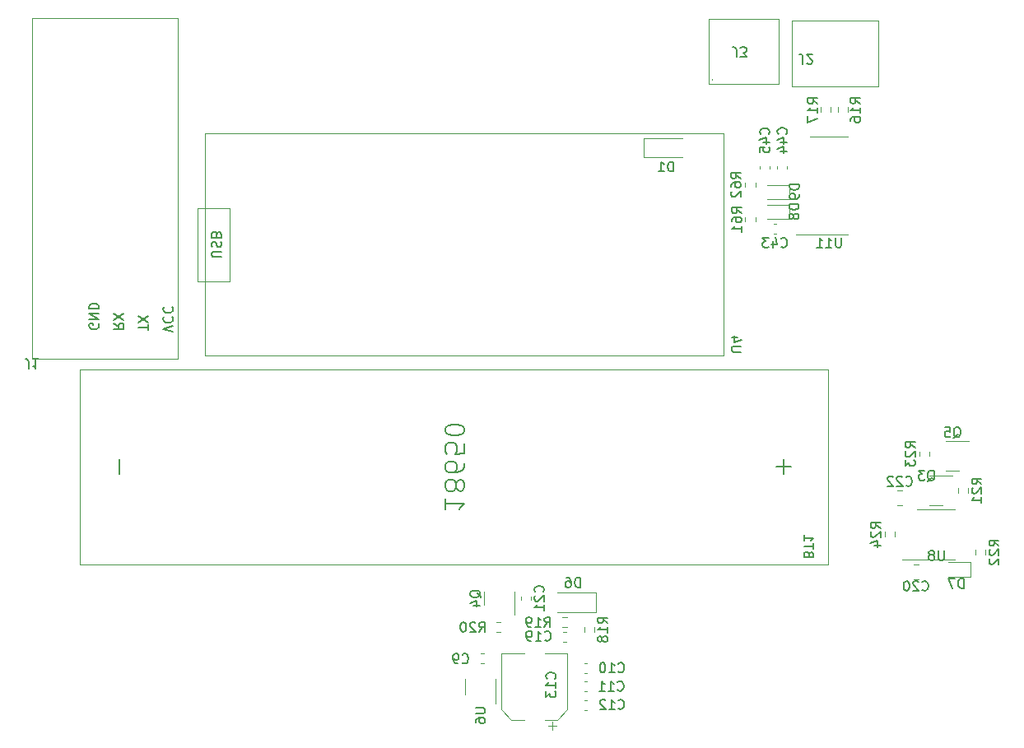
<source format=gbr>
%TF.GenerationSoftware,KiCad,Pcbnew,7.0.2*%
%TF.CreationDate,2023-05-23T12:29:29+08:00*%
%TF.ProjectId,remote_controller,72656d6f-7465-45f6-936f-6e74726f6c6c,rev?*%
%TF.SameCoordinates,PX715d7c0PY5feca40*%
%TF.FileFunction,Legend,Bot*%
%TF.FilePolarity,Positive*%
%FSLAX46Y46*%
G04 Gerber Fmt 4.6, Leading zero omitted, Abs format (unit mm)*
G04 Created by KiCad (PCBNEW 7.0.2) date 2023-05-23 12:29:29*
%MOMM*%
%LPD*%
G01*
G04 APERTURE LIST*
%ADD10C,0.150000*%
%ADD11C,0.200000*%
%ADD12C,0.120000*%
G04 APERTURE END LIST*
D10*
%TO.C,D7*%
X117706094Y-11798619D02*
X117706094Y-10798619D01*
X117706094Y-10798619D02*
X117467999Y-10798619D01*
X117467999Y-10798619D02*
X117325142Y-10846238D01*
X117325142Y-10846238D02*
X117229904Y-10941476D01*
X117229904Y-10941476D02*
X117182285Y-11036714D01*
X117182285Y-11036714D02*
X117134666Y-11227190D01*
X117134666Y-11227190D02*
X117134666Y-11370047D01*
X117134666Y-11370047D02*
X117182285Y-11560523D01*
X117182285Y-11560523D02*
X117229904Y-11655761D01*
X117229904Y-11655761D02*
X117325142Y-11751000D01*
X117325142Y-11751000D02*
X117467999Y-11798619D01*
X117467999Y-11798619D02*
X117706094Y-11798619D01*
X116801332Y-10798619D02*
X116134666Y-10798619D01*
X116134666Y-10798619D02*
X116563237Y-11798619D01*
%TO.C,J3*%
X94354666Y42876620D02*
X94354666Y43590905D01*
X94354666Y43590905D02*
X94307047Y43733762D01*
X94307047Y43733762D02*
X94211809Y43829000D01*
X94211809Y43829000D02*
X94068952Y43876620D01*
X94068952Y43876620D02*
X93973714Y43876620D01*
X94735619Y42876620D02*
X95354666Y42876620D01*
X95354666Y42876620D02*
X95021333Y43257572D01*
X95021333Y43257572D02*
X95164190Y43257572D01*
X95164190Y43257572D02*
X95259428Y43305191D01*
X95259428Y43305191D02*
X95307047Y43352810D01*
X95307047Y43352810D02*
X95354666Y43448048D01*
X95354666Y43448048D02*
X95354666Y43686143D01*
X95354666Y43686143D02*
X95307047Y43781381D01*
X95307047Y43781381D02*
X95259428Y43829000D01*
X95259428Y43829000D02*
X95164190Y43876620D01*
X95164190Y43876620D02*
X94878476Y43876620D01*
X94878476Y43876620D02*
X94783238Y43829000D01*
X94783238Y43829000D02*
X94735619Y43781381D01*
%TO.C,C43*%
X98940857Y23348620D02*
X98988476Y23301000D01*
X98988476Y23301000D02*
X99131333Y23253381D01*
X99131333Y23253381D02*
X99226571Y23253381D01*
X99226571Y23253381D02*
X99369428Y23301000D01*
X99369428Y23301000D02*
X99464666Y23396239D01*
X99464666Y23396239D02*
X99512285Y23491477D01*
X99512285Y23491477D02*
X99559904Y23681953D01*
X99559904Y23681953D02*
X99559904Y23824810D01*
X99559904Y23824810D02*
X99512285Y24015286D01*
X99512285Y24015286D02*
X99464666Y24110524D01*
X99464666Y24110524D02*
X99369428Y24205762D01*
X99369428Y24205762D02*
X99226571Y24253381D01*
X99226571Y24253381D02*
X99131333Y24253381D01*
X99131333Y24253381D02*
X98988476Y24205762D01*
X98988476Y24205762D02*
X98940857Y24158143D01*
X98083714Y23920048D02*
X98083714Y23253381D01*
X98321809Y24301000D02*
X98559904Y23586715D01*
X98559904Y23586715D02*
X97940857Y23586715D01*
X97655142Y24253381D02*
X97036095Y24253381D01*
X97036095Y24253381D02*
X97369428Y23872429D01*
X97369428Y23872429D02*
X97226571Y23872429D01*
X97226571Y23872429D02*
X97131333Y23824810D01*
X97131333Y23824810D02*
X97083714Y23777191D01*
X97083714Y23777191D02*
X97036095Y23681953D01*
X97036095Y23681953D02*
X97036095Y23443858D01*
X97036095Y23443858D02*
X97083714Y23348620D01*
X97083714Y23348620D02*
X97131333Y23301000D01*
X97131333Y23301000D02*
X97226571Y23253381D01*
X97226571Y23253381D02*
X97512285Y23253381D01*
X97512285Y23253381D02*
X97607523Y23301000D01*
X97607523Y23301000D02*
X97655142Y23348620D01*
%TO.C,U11*%
X105124094Y24253381D02*
X105124094Y23443858D01*
X105124094Y23443858D02*
X105076475Y23348620D01*
X105076475Y23348620D02*
X105028856Y23301000D01*
X105028856Y23301000D02*
X104933618Y23253381D01*
X104933618Y23253381D02*
X104743142Y23253381D01*
X104743142Y23253381D02*
X104647904Y23301000D01*
X104647904Y23301000D02*
X104600285Y23348620D01*
X104600285Y23348620D02*
X104552666Y23443858D01*
X104552666Y23443858D02*
X104552666Y24253381D01*
X103552666Y23253381D02*
X104124094Y23253381D01*
X103838380Y23253381D02*
X103838380Y24253381D01*
X103838380Y24253381D02*
X103933618Y24110524D01*
X103933618Y24110524D02*
X104028856Y24015286D01*
X104028856Y24015286D02*
X104124094Y23967667D01*
X102600285Y23253381D02*
X103171713Y23253381D01*
X102885999Y23253381D02*
X102885999Y24253381D01*
X102885999Y24253381D02*
X102981237Y24110524D01*
X102981237Y24110524D02*
X103076475Y24015286D01*
X103076475Y24015286D02*
X103171713Y23967667D01*
%TO.C,R62*%
X94790619Y30360858D02*
X94314428Y30694191D01*
X94790619Y30932286D02*
X93790619Y30932286D01*
X93790619Y30932286D02*
X93790619Y30551334D01*
X93790619Y30551334D02*
X93838238Y30456096D01*
X93838238Y30456096D02*
X93885857Y30408477D01*
X93885857Y30408477D02*
X93981095Y30360858D01*
X93981095Y30360858D02*
X94123952Y30360858D01*
X94123952Y30360858D02*
X94219190Y30408477D01*
X94219190Y30408477D02*
X94266809Y30456096D01*
X94266809Y30456096D02*
X94314428Y30551334D01*
X94314428Y30551334D02*
X94314428Y30932286D01*
X93790619Y29503715D02*
X93790619Y29694191D01*
X93790619Y29694191D02*
X93838238Y29789429D01*
X93838238Y29789429D02*
X93885857Y29837048D01*
X93885857Y29837048D02*
X94028714Y29932286D01*
X94028714Y29932286D02*
X94219190Y29979905D01*
X94219190Y29979905D02*
X94600142Y29979905D01*
X94600142Y29979905D02*
X94695380Y29932286D01*
X94695380Y29932286D02*
X94743000Y29884667D01*
X94743000Y29884667D02*
X94790619Y29789429D01*
X94790619Y29789429D02*
X94790619Y29598953D01*
X94790619Y29598953D02*
X94743000Y29503715D01*
X94743000Y29503715D02*
X94695380Y29456096D01*
X94695380Y29456096D02*
X94600142Y29408477D01*
X94600142Y29408477D02*
X94362047Y29408477D01*
X94362047Y29408477D02*
X94266809Y29456096D01*
X94266809Y29456096D02*
X94219190Y29503715D01*
X94219190Y29503715D02*
X94171571Y29598953D01*
X94171571Y29598953D02*
X94171571Y29789429D01*
X94171571Y29789429D02*
X94219190Y29884667D01*
X94219190Y29884667D02*
X94266809Y29932286D01*
X94266809Y29932286D02*
X94362047Y29979905D01*
X93885857Y29027524D02*
X93838238Y28979905D01*
X93838238Y28979905D02*
X93790619Y28884667D01*
X93790619Y28884667D02*
X93790619Y28646572D01*
X93790619Y28646572D02*
X93838238Y28551334D01*
X93838238Y28551334D02*
X93885857Y28503715D01*
X93885857Y28503715D02*
X93981095Y28456096D01*
X93981095Y28456096D02*
X94076333Y28456096D01*
X94076333Y28456096D02*
X94219190Y28503715D01*
X94219190Y28503715D02*
X94790619Y29075143D01*
X94790619Y29075143D02*
X94790619Y28456096D01*
%TO.C,R17*%
X102690619Y38026858D02*
X102214428Y38360191D01*
X102690619Y38598286D02*
X101690619Y38598286D01*
X101690619Y38598286D02*
X101690619Y38217334D01*
X101690619Y38217334D02*
X101738238Y38122096D01*
X101738238Y38122096D02*
X101785857Y38074477D01*
X101785857Y38074477D02*
X101881095Y38026858D01*
X101881095Y38026858D02*
X102023952Y38026858D01*
X102023952Y38026858D02*
X102119190Y38074477D01*
X102119190Y38074477D02*
X102166809Y38122096D01*
X102166809Y38122096D02*
X102214428Y38217334D01*
X102214428Y38217334D02*
X102214428Y38598286D01*
X102690619Y37074477D02*
X102690619Y37645905D01*
X102690619Y37360191D02*
X101690619Y37360191D01*
X101690619Y37360191D02*
X101833476Y37455429D01*
X101833476Y37455429D02*
X101928714Y37550667D01*
X101928714Y37550667D02*
X101976333Y37645905D01*
X101690619Y36741143D02*
X101690619Y36074477D01*
X101690619Y36074477D02*
X102690619Y36503048D01*
%TO.C,Q5*%
X116657298Y3651293D02*
X116752536Y3698912D01*
X116752536Y3698912D02*
X116847774Y3794150D01*
X116847774Y3794150D02*
X116990631Y3937008D01*
X116990631Y3937008D02*
X117085869Y3984627D01*
X117085869Y3984627D02*
X117181107Y3984627D01*
X117133488Y3746531D02*
X117228726Y3794150D01*
X117228726Y3794150D02*
X117323964Y3889389D01*
X117323964Y3889389D02*
X117371583Y4079865D01*
X117371583Y4079865D02*
X117371583Y4413198D01*
X117371583Y4413198D02*
X117323964Y4603674D01*
X117323964Y4603674D02*
X117228726Y4698912D01*
X117228726Y4698912D02*
X117133488Y4746531D01*
X117133488Y4746531D02*
X116943012Y4746531D01*
X116943012Y4746531D02*
X116847774Y4698912D01*
X116847774Y4698912D02*
X116752536Y4603674D01*
X116752536Y4603674D02*
X116704917Y4413198D01*
X116704917Y4413198D02*
X116704917Y4079865D01*
X116704917Y4079865D02*
X116752536Y3889389D01*
X116752536Y3889389D02*
X116847774Y3794150D01*
X116847774Y3794150D02*
X116943012Y3746531D01*
X116943012Y3746531D02*
X117133488Y3746531D01*
X115800155Y4746531D02*
X116276345Y4746531D01*
X116276345Y4746531D02*
X116323964Y4270341D01*
X116323964Y4270341D02*
X116276345Y4317960D01*
X116276345Y4317960D02*
X116181107Y4365579D01*
X116181107Y4365579D02*
X115943012Y4365579D01*
X115943012Y4365579D02*
X115847774Y4317960D01*
X115847774Y4317960D02*
X115800155Y4270341D01*
X115800155Y4270341D02*
X115752536Y4175103D01*
X115752536Y4175103D02*
X115752536Y3937008D01*
X115752536Y3937008D02*
X115800155Y3841770D01*
X115800155Y3841770D02*
X115847774Y3794150D01*
X115847774Y3794150D02*
X115943012Y3746531D01*
X115943012Y3746531D02*
X116181107Y3746531D01*
X116181107Y3746531D02*
X116276345Y3794150D01*
X116276345Y3794150D02*
X116323964Y3841770D01*
%TO.C,C13*%
X75665380Y-21103142D02*
X75713000Y-21055523D01*
X75713000Y-21055523D02*
X75760619Y-20912666D01*
X75760619Y-20912666D02*
X75760619Y-20817428D01*
X75760619Y-20817428D02*
X75713000Y-20674571D01*
X75713000Y-20674571D02*
X75617761Y-20579333D01*
X75617761Y-20579333D02*
X75522523Y-20531714D01*
X75522523Y-20531714D02*
X75332047Y-20484095D01*
X75332047Y-20484095D02*
X75189190Y-20484095D01*
X75189190Y-20484095D02*
X74998714Y-20531714D01*
X74998714Y-20531714D02*
X74903476Y-20579333D01*
X74903476Y-20579333D02*
X74808238Y-20674571D01*
X74808238Y-20674571D02*
X74760619Y-20817428D01*
X74760619Y-20817428D02*
X74760619Y-20912666D01*
X74760619Y-20912666D02*
X74808238Y-21055523D01*
X74808238Y-21055523D02*
X74855857Y-21103142D01*
X75760619Y-22055523D02*
X75760619Y-21484095D01*
X75760619Y-21769809D02*
X74760619Y-21769809D01*
X74760619Y-21769809D02*
X74903476Y-21674571D01*
X74903476Y-21674571D02*
X74998714Y-21579333D01*
X74998714Y-21579333D02*
X75046333Y-21484095D01*
X74760619Y-22388857D02*
X74760619Y-23007904D01*
X74760619Y-23007904D02*
X75141571Y-22674571D01*
X75141571Y-22674571D02*
X75141571Y-22817428D01*
X75141571Y-22817428D02*
X75189190Y-22912666D01*
X75189190Y-22912666D02*
X75236809Y-22960285D01*
X75236809Y-22960285D02*
X75332047Y-23007904D01*
X75332047Y-23007904D02*
X75570142Y-23007904D01*
X75570142Y-23007904D02*
X75665380Y-22960285D01*
X75665380Y-22960285D02*
X75713000Y-22912666D01*
X75713000Y-22912666D02*
X75760619Y-22817428D01*
X75760619Y-22817428D02*
X75760619Y-22531714D01*
X75760619Y-22531714D02*
X75713000Y-22436476D01*
X75713000Y-22436476D02*
X75665380Y-22388857D01*
%TO.C,R24*%
X109147679Y-5612992D02*
X108671488Y-5279659D01*
X109147679Y-5041564D02*
X108147679Y-5041564D01*
X108147679Y-5041564D02*
X108147679Y-5422516D01*
X108147679Y-5422516D02*
X108195298Y-5517754D01*
X108195298Y-5517754D02*
X108242917Y-5565373D01*
X108242917Y-5565373D02*
X108338155Y-5612992D01*
X108338155Y-5612992D02*
X108481012Y-5612992D01*
X108481012Y-5612992D02*
X108576250Y-5565373D01*
X108576250Y-5565373D02*
X108623869Y-5517754D01*
X108623869Y-5517754D02*
X108671488Y-5422516D01*
X108671488Y-5422516D02*
X108671488Y-5041564D01*
X108242917Y-5993945D02*
X108195298Y-6041564D01*
X108195298Y-6041564D02*
X108147679Y-6136802D01*
X108147679Y-6136802D02*
X108147679Y-6374897D01*
X108147679Y-6374897D02*
X108195298Y-6470135D01*
X108195298Y-6470135D02*
X108242917Y-6517754D01*
X108242917Y-6517754D02*
X108338155Y-6565373D01*
X108338155Y-6565373D02*
X108433393Y-6565373D01*
X108433393Y-6565373D02*
X108576250Y-6517754D01*
X108576250Y-6517754D02*
X109147679Y-5946326D01*
X109147679Y-5946326D02*
X109147679Y-6565373D01*
X108481012Y-7422516D02*
X109147679Y-7422516D01*
X108100060Y-7184421D02*
X108814345Y-6946326D01*
X108814345Y-6946326D02*
X108814345Y-7565373D01*
%TO.C,C10*%
X82190857Y-20383380D02*
X82238476Y-20431000D01*
X82238476Y-20431000D02*
X82381333Y-20478619D01*
X82381333Y-20478619D02*
X82476571Y-20478619D01*
X82476571Y-20478619D02*
X82619428Y-20431000D01*
X82619428Y-20431000D02*
X82714666Y-20335761D01*
X82714666Y-20335761D02*
X82762285Y-20240523D01*
X82762285Y-20240523D02*
X82809904Y-20050047D01*
X82809904Y-20050047D02*
X82809904Y-19907190D01*
X82809904Y-19907190D02*
X82762285Y-19716714D01*
X82762285Y-19716714D02*
X82714666Y-19621476D01*
X82714666Y-19621476D02*
X82619428Y-19526238D01*
X82619428Y-19526238D02*
X82476571Y-19478619D01*
X82476571Y-19478619D02*
X82381333Y-19478619D01*
X82381333Y-19478619D02*
X82238476Y-19526238D01*
X82238476Y-19526238D02*
X82190857Y-19573857D01*
X81238476Y-20478619D02*
X81809904Y-20478619D01*
X81524190Y-20478619D02*
X81524190Y-19478619D01*
X81524190Y-19478619D02*
X81619428Y-19621476D01*
X81619428Y-19621476D02*
X81714666Y-19716714D01*
X81714666Y-19716714D02*
X81809904Y-19764333D01*
X80619428Y-19478619D02*
X80524190Y-19478619D01*
X80524190Y-19478619D02*
X80428952Y-19526238D01*
X80428952Y-19526238D02*
X80381333Y-19573857D01*
X80381333Y-19573857D02*
X80333714Y-19669095D01*
X80333714Y-19669095D02*
X80286095Y-19859571D01*
X80286095Y-19859571D02*
X80286095Y-20097666D01*
X80286095Y-20097666D02*
X80333714Y-20288142D01*
X80333714Y-20288142D02*
X80381333Y-20383380D01*
X80381333Y-20383380D02*
X80428952Y-20431000D01*
X80428952Y-20431000D02*
X80524190Y-20478619D01*
X80524190Y-20478619D02*
X80619428Y-20478619D01*
X80619428Y-20478619D02*
X80714666Y-20431000D01*
X80714666Y-20431000D02*
X80762285Y-20383380D01*
X80762285Y-20383380D02*
X80809904Y-20288142D01*
X80809904Y-20288142D02*
X80857523Y-20097666D01*
X80857523Y-20097666D02*
X80857523Y-19859571D01*
X80857523Y-19859571D02*
X80809904Y-19669095D01*
X80809904Y-19669095D02*
X80762285Y-19573857D01*
X80762285Y-19573857D02*
X80714666Y-19526238D01*
X80714666Y-19526238D02*
X80619428Y-19478619D01*
%TO.C,J1*%
X21558666Y10787770D02*
X21558666Y11502055D01*
X21558666Y11502055D02*
X21511047Y11644912D01*
X21511047Y11644912D02*
X21415809Y11740150D01*
X21415809Y11740150D02*
X21272952Y11787770D01*
X21272952Y11787770D02*
X21177714Y11787770D01*
X22558666Y11787770D02*
X21987238Y11787770D01*
X22272952Y11787770D02*
X22272952Y10787770D01*
X22272952Y10787770D02*
X22177714Y10930627D01*
X22177714Y10930627D02*
X22082476Y11025865D01*
X22082476Y11025865D02*
X21987238Y11073484D01*
X30309380Y15460579D02*
X30785571Y15127246D01*
X30309380Y14889151D02*
X31309380Y14889151D01*
X31309380Y14889151D02*
X31309380Y15270103D01*
X31309380Y15270103D02*
X31261761Y15365341D01*
X31261761Y15365341D02*
X31214142Y15412960D01*
X31214142Y15412960D02*
X31118904Y15460579D01*
X31118904Y15460579D02*
X30976047Y15460579D01*
X30976047Y15460579D02*
X30880809Y15412960D01*
X30880809Y15412960D02*
X30833190Y15365341D01*
X30833190Y15365341D02*
X30785571Y15270103D01*
X30785571Y15270103D02*
X30785571Y14889151D01*
X31309380Y15793913D02*
X30309380Y16460579D01*
X31309380Y16460579D02*
X30309380Y15793913D01*
X36389380Y14555818D02*
X35389380Y14889151D01*
X35389380Y14889151D02*
X36389380Y15222484D01*
X35484619Y16127246D02*
X35437000Y16079627D01*
X35437000Y16079627D02*
X35389380Y15936770D01*
X35389380Y15936770D02*
X35389380Y15841532D01*
X35389380Y15841532D02*
X35437000Y15698675D01*
X35437000Y15698675D02*
X35532238Y15603437D01*
X35532238Y15603437D02*
X35627476Y15555818D01*
X35627476Y15555818D02*
X35817952Y15508199D01*
X35817952Y15508199D02*
X35960809Y15508199D01*
X35960809Y15508199D02*
X36151285Y15555818D01*
X36151285Y15555818D02*
X36246523Y15603437D01*
X36246523Y15603437D02*
X36341761Y15698675D01*
X36341761Y15698675D02*
X36389380Y15841532D01*
X36389380Y15841532D02*
X36389380Y15936770D01*
X36389380Y15936770D02*
X36341761Y16079627D01*
X36341761Y16079627D02*
X36294142Y16127246D01*
X35484619Y17127246D02*
X35437000Y17079627D01*
X35437000Y17079627D02*
X35389380Y16936770D01*
X35389380Y16936770D02*
X35389380Y16841532D01*
X35389380Y16841532D02*
X35437000Y16698675D01*
X35437000Y16698675D02*
X35532238Y16603437D01*
X35532238Y16603437D02*
X35627476Y16555818D01*
X35627476Y16555818D02*
X35817952Y16508199D01*
X35817952Y16508199D02*
X35960809Y16508199D01*
X35960809Y16508199D02*
X36151285Y16555818D01*
X36151285Y16555818D02*
X36246523Y16603437D01*
X36246523Y16603437D02*
X36341761Y16698675D01*
X36341761Y16698675D02*
X36389380Y16841532D01*
X36389380Y16841532D02*
X36389380Y16936770D01*
X36389380Y16936770D02*
X36341761Y17079627D01*
X36341761Y17079627D02*
X36294142Y17127246D01*
X28721761Y15412960D02*
X28769380Y15317722D01*
X28769380Y15317722D02*
X28769380Y15174865D01*
X28769380Y15174865D02*
X28721761Y15032008D01*
X28721761Y15032008D02*
X28626523Y14936770D01*
X28626523Y14936770D02*
X28531285Y14889151D01*
X28531285Y14889151D02*
X28340809Y14841532D01*
X28340809Y14841532D02*
X28197952Y14841532D01*
X28197952Y14841532D02*
X28007476Y14889151D01*
X28007476Y14889151D02*
X27912238Y14936770D01*
X27912238Y14936770D02*
X27817000Y15032008D01*
X27817000Y15032008D02*
X27769380Y15174865D01*
X27769380Y15174865D02*
X27769380Y15270103D01*
X27769380Y15270103D02*
X27817000Y15412960D01*
X27817000Y15412960D02*
X27864619Y15460579D01*
X27864619Y15460579D02*
X28197952Y15460579D01*
X28197952Y15460579D02*
X28197952Y15270103D01*
X27769380Y15889151D02*
X28769380Y15889151D01*
X28769380Y15889151D02*
X27769380Y16460579D01*
X27769380Y16460579D02*
X28769380Y16460579D01*
X27769380Y16936770D02*
X28769380Y16936770D01*
X28769380Y16936770D02*
X28769380Y17174865D01*
X28769380Y17174865D02*
X28721761Y17317722D01*
X28721761Y17317722D02*
X28626523Y17412960D01*
X28626523Y17412960D02*
X28531285Y17460579D01*
X28531285Y17460579D02*
X28340809Y17508198D01*
X28340809Y17508198D02*
X28197952Y17508198D01*
X28197952Y17508198D02*
X28007476Y17460579D01*
X28007476Y17460579D02*
X27912238Y17412960D01*
X27912238Y17412960D02*
X27817000Y17317722D01*
X27817000Y17317722D02*
X27769380Y17174865D01*
X27769380Y17174865D02*
X27769380Y16936770D01*
X33849380Y14746294D02*
X33849380Y15317722D01*
X32849380Y15032008D02*
X33849380Y15032008D01*
X33849380Y15555818D02*
X32849380Y16222484D01*
X33849380Y16222484D02*
X32849380Y15555818D01*
%TO.C,D1*%
X87860094Y31065381D02*
X87860094Y32065381D01*
X87860094Y32065381D02*
X87621999Y32065381D01*
X87621999Y32065381D02*
X87479142Y32017762D01*
X87479142Y32017762D02*
X87383904Y31922524D01*
X87383904Y31922524D02*
X87336285Y31827286D01*
X87336285Y31827286D02*
X87288666Y31636810D01*
X87288666Y31636810D02*
X87288666Y31493953D01*
X87288666Y31493953D02*
X87336285Y31303477D01*
X87336285Y31303477D02*
X87383904Y31208239D01*
X87383904Y31208239D02*
X87479142Y31113000D01*
X87479142Y31113000D02*
X87621999Y31065381D01*
X87621999Y31065381D02*
X87860094Y31065381D01*
X86336285Y31065381D02*
X86907713Y31065381D01*
X86621999Y31065381D02*
X86621999Y32065381D01*
X86621999Y32065381D02*
X86717237Y31922524D01*
X86717237Y31922524D02*
X86812475Y31827286D01*
X86812475Y31827286D02*
X86907713Y31779667D01*
%TO.C,Q3*%
X114003238Y-783857D02*
X114098476Y-736238D01*
X114098476Y-736238D02*
X114193714Y-641000D01*
X114193714Y-641000D02*
X114336571Y-498142D01*
X114336571Y-498142D02*
X114431809Y-450523D01*
X114431809Y-450523D02*
X114527047Y-450523D01*
X114479428Y-688619D02*
X114574666Y-641000D01*
X114574666Y-641000D02*
X114669904Y-545761D01*
X114669904Y-545761D02*
X114717523Y-355285D01*
X114717523Y-355285D02*
X114717523Y-21952D01*
X114717523Y-21952D02*
X114669904Y168524D01*
X114669904Y168524D02*
X114574666Y263762D01*
X114574666Y263762D02*
X114479428Y311381D01*
X114479428Y311381D02*
X114288952Y311381D01*
X114288952Y311381D02*
X114193714Y263762D01*
X114193714Y263762D02*
X114098476Y168524D01*
X114098476Y168524D02*
X114050857Y-21952D01*
X114050857Y-21952D02*
X114050857Y-355285D01*
X114050857Y-355285D02*
X114098476Y-545761D01*
X114098476Y-545761D02*
X114193714Y-641000D01*
X114193714Y-641000D02*
X114288952Y-688619D01*
X114288952Y-688619D02*
X114479428Y-688619D01*
X113717523Y311381D02*
X113098476Y311381D01*
X113098476Y311381D02*
X113431809Y-69571D01*
X113431809Y-69571D02*
X113288952Y-69571D01*
X113288952Y-69571D02*
X113193714Y-117190D01*
X113193714Y-117190D02*
X113146095Y-164809D01*
X113146095Y-164809D02*
X113098476Y-260047D01*
X113098476Y-260047D02*
X113098476Y-498142D01*
X113098476Y-498142D02*
X113146095Y-593380D01*
X113146095Y-593380D02*
X113193714Y-641000D01*
X113193714Y-641000D02*
X113288952Y-688619D01*
X113288952Y-688619D02*
X113574666Y-688619D01*
X113574666Y-688619D02*
X113669904Y-641000D01*
X113669904Y-641000D02*
X113717523Y-593380D01*
%TO.C,R61*%
X94880619Y26766858D02*
X94404428Y27100191D01*
X94880619Y27338286D02*
X93880619Y27338286D01*
X93880619Y27338286D02*
X93880619Y26957334D01*
X93880619Y26957334D02*
X93928238Y26862096D01*
X93928238Y26862096D02*
X93975857Y26814477D01*
X93975857Y26814477D02*
X94071095Y26766858D01*
X94071095Y26766858D02*
X94213952Y26766858D01*
X94213952Y26766858D02*
X94309190Y26814477D01*
X94309190Y26814477D02*
X94356809Y26862096D01*
X94356809Y26862096D02*
X94404428Y26957334D01*
X94404428Y26957334D02*
X94404428Y27338286D01*
X93880619Y25909715D02*
X93880619Y26100191D01*
X93880619Y26100191D02*
X93928238Y26195429D01*
X93928238Y26195429D02*
X93975857Y26243048D01*
X93975857Y26243048D02*
X94118714Y26338286D01*
X94118714Y26338286D02*
X94309190Y26385905D01*
X94309190Y26385905D02*
X94690142Y26385905D01*
X94690142Y26385905D02*
X94785380Y26338286D01*
X94785380Y26338286D02*
X94833000Y26290667D01*
X94833000Y26290667D02*
X94880619Y26195429D01*
X94880619Y26195429D02*
X94880619Y26004953D01*
X94880619Y26004953D02*
X94833000Y25909715D01*
X94833000Y25909715D02*
X94785380Y25862096D01*
X94785380Y25862096D02*
X94690142Y25814477D01*
X94690142Y25814477D02*
X94452047Y25814477D01*
X94452047Y25814477D02*
X94356809Y25862096D01*
X94356809Y25862096D02*
X94309190Y25909715D01*
X94309190Y25909715D02*
X94261571Y26004953D01*
X94261571Y26004953D02*
X94261571Y26195429D01*
X94261571Y26195429D02*
X94309190Y26290667D01*
X94309190Y26290667D02*
X94356809Y26338286D01*
X94356809Y26338286D02*
X94452047Y26385905D01*
X94880619Y24862096D02*
X94880619Y25433524D01*
X94880619Y25147810D02*
X93880619Y25147810D01*
X93880619Y25147810D02*
X94023476Y25243048D01*
X94023476Y25243048D02*
X94118714Y25338286D01*
X94118714Y25338286D02*
X94166333Y25433524D01*
%TO.C,C21*%
X74459380Y-12191642D02*
X74507000Y-12144023D01*
X74507000Y-12144023D02*
X74554619Y-12001166D01*
X74554619Y-12001166D02*
X74554619Y-11905928D01*
X74554619Y-11905928D02*
X74507000Y-11763071D01*
X74507000Y-11763071D02*
X74411761Y-11667833D01*
X74411761Y-11667833D02*
X74316523Y-11620214D01*
X74316523Y-11620214D02*
X74126047Y-11572595D01*
X74126047Y-11572595D02*
X73983190Y-11572595D01*
X73983190Y-11572595D02*
X73792714Y-11620214D01*
X73792714Y-11620214D02*
X73697476Y-11667833D01*
X73697476Y-11667833D02*
X73602238Y-11763071D01*
X73602238Y-11763071D02*
X73554619Y-11905928D01*
X73554619Y-11905928D02*
X73554619Y-12001166D01*
X73554619Y-12001166D02*
X73602238Y-12144023D01*
X73602238Y-12144023D02*
X73649857Y-12191642D01*
X73649857Y-12572595D02*
X73602238Y-12620214D01*
X73602238Y-12620214D02*
X73554619Y-12715452D01*
X73554619Y-12715452D02*
X73554619Y-12953547D01*
X73554619Y-12953547D02*
X73602238Y-13048785D01*
X73602238Y-13048785D02*
X73649857Y-13096404D01*
X73649857Y-13096404D02*
X73745095Y-13144023D01*
X73745095Y-13144023D02*
X73840333Y-13144023D01*
X73840333Y-13144023D02*
X73983190Y-13096404D01*
X73983190Y-13096404D02*
X74554619Y-12524976D01*
X74554619Y-12524976D02*
X74554619Y-13144023D01*
X74554619Y-14096404D02*
X74554619Y-13524976D01*
X74554619Y-13810690D02*
X73554619Y-13810690D01*
X73554619Y-13810690D02*
X73697476Y-13715452D01*
X73697476Y-13715452D02*
X73792714Y-13620214D01*
X73792714Y-13620214D02*
X73840333Y-13524976D01*
%TO.C,R21*%
X119549179Y-1103992D02*
X119072988Y-770659D01*
X119549179Y-532564D02*
X118549179Y-532564D01*
X118549179Y-532564D02*
X118549179Y-913516D01*
X118549179Y-913516D02*
X118596798Y-1008754D01*
X118596798Y-1008754D02*
X118644417Y-1056373D01*
X118644417Y-1056373D02*
X118739655Y-1103992D01*
X118739655Y-1103992D02*
X118882512Y-1103992D01*
X118882512Y-1103992D02*
X118977750Y-1056373D01*
X118977750Y-1056373D02*
X119025369Y-1008754D01*
X119025369Y-1008754D02*
X119072988Y-913516D01*
X119072988Y-913516D02*
X119072988Y-532564D01*
X118644417Y-1484945D02*
X118596798Y-1532564D01*
X118596798Y-1532564D02*
X118549179Y-1627802D01*
X118549179Y-1627802D02*
X118549179Y-1865897D01*
X118549179Y-1865897D02*
X118596798Y-1961135D01*
X118596798Y-1961135D02*
X118644417Y-2008754D01*
X118644417Y-2008754D02*
X118739655Y-2056373D01*
X118739655Y-2056373D02*
X118834893Y-2056373D01*
X118834893Y-2056373D02*
X118977750Y-2008754D01*
X118977750Y-2008754D02*
X119549179Y-1437326D01*
X119549179Y-1437326D02*
X119549179Y-2056373D01*
X119549179Y-3008754D02*
X119549179Y-2437326D01*
X119549179Y-2723040D02*
X118549179Y-2723040D01*
X118549179Y-2723040D02*
X118692036Y-2627802D01*
X118692036Y-2627802D02*
X118787274Y-2532564D01*
X118787274Y-2532564D02*
X118834893Y-2437326D01*
%TO.C,U6*%
X67500619Y-24114095D02*
X68310142Y-24114095D01*
X68310142Y-24114095D02*
X68405380Y-24161714D01*
X68405380Y-24161714D02*
X68453000Y-24209333D01*
X68453000Y-24209333D02*
X68500619Y-24304571D01*
X68500619Y-24304571D02*
X68500619Y-24495047D01*
X68500619Y-24495047D02*
X68453000Y-24590285D01*
X68453000Y-24590285D02*
X68405380Y-24637904D01*
X68405380Y-24637904D02*
X68310142Y-24685523D01*
X68310142Y-24685523D02*
X67500619Y-24685523D01*
X67500619Y-25590285D02*
X67500619Y-25399809D01*
X67500619Y-25399809D02*
X67548238Y-25304571D01*
X67548238Y-25304571D02*
X67595857Y-25256952D01*
X67595857Y-25256952D02*
X67738714Y-25161714D01*
X67738714Y-25161714D02*
X67929190Y-25114095D01*
X67929190Y-25114095D02*
X68310142Y-25114095D01*
X68310142Y-25114095D02*
X68405380Y-25161714D01*
X68405380Y-25161714D02*
X68453000Y-25209333D01*
X68453000Y-25209333D02*
X68500619Y-25304571D01*
X68500619Y-25304571D02*
X68500619Y-25495047D01*
X68500619Y-25495047D02*
X68453000Y-25590285D01*
X68453000Y-25590285D02*
X68405380Y-25637904D01*
X68405380Y-25637904D02*
X68310142Y-25685523D01*
X68310142Y-25685523D02*
X68072047Y-25685523D01*
X68072047Y-25685523D02*
X67976809Y-25637904D01*
X67976809Y-25637904D02*
X67929190Y-25590285D01*
X67929190Y-25590285D02*
X67881571Y-25495047D01*
X67881571Y-25495047D02*
X67881571Y-25304571D01*
X67881571Y-25304571D02*
X67929190Y-25209333D01*
X67929190Y-25209333D02*
X67976809Y-25161714D01*
X67976809Y-25161714D02*
X68072047Y-25114095D01*
%TO.C,J2*%
X101164666Y42136620D02*
X101164666Y42850905D01*
X101164666Y42850905D02*
X101117047Y42993762D01*
X101117047Y42993762D02*
X101021809Y43089000D01*
X101021809Y43089000D02*
X100878952Y43136620D01*
X100878952Y43136620D02*
X100783714Y43136620D01*
X101593238Y42231858D02*
X101640857Y42184239D01*
X101640857Y42184239D02*
X101736095Y42136620D01*
X101736095Y42136620D02*
X101974190Y42136620D01*
X101974190Y42136620D02*
X102069428Y42184239D01*
X102069428Y42184239D02*
X102117047Y42231858D01*
X102117047Y42231858D02*
X102164666Y42327096D01*
X102164666Y42327096D02*
X102164666Y42422334D01*
X102164666Y42422334D02*
X102117047Y42565191D01*
X102117047Y42565191D02*
X101545619Y43136620D01*
X101545619Y43136620D02*
X102164666Y43136620D01*
%TO.C,C11*%
X82120857Y-22273380D02*
X82168476Y-22321000D01*
X82168476Y-22321000D02*
X82311333Y-22368619D01*
X82311333Y-22368619D02*
X82406571Y-22368619D01*
X82406571Y-22368619D02*
X82549428Y-22321000D01*
X82549428Y-22321000D02*
X82644666Y-22225761D01*
X82644666Y-22225761D02*
X82692285Y-22130523D01*
X82692285Y-22130523D02*
X82739904Y-21940047D01*
X82739904Y-21940047D02*
X82739904Y-21797190D01*
X82739904Y-21797190D02*
X82692285Y-21606714D01*
X82692285Y-21606714D02*
X82644666Y-21511476D01*
X82644666Y-21511476D02*
X82549428Y-21416238D01*
X82549428Y-21416238D02*
X82406571Y-21368619D01*
X82406571Y-21368619D02*
X82311333Y-21368619D01*
X82311333Y-21368619D02*
X82168476Y-21416238D01*
X82168476Y-21416238D02*
X82120857Y-21463857D01*
X81168476Y-22368619D02*
X81739904Y-22368619D01*
X81454190Y-22368619D02*
X81454190Y-21368619D01*
X81454190Y-21368619D02*
X81549428Y-21511476D01*
X81549428Y-21511476D02*
X81644666Y-21606714D01*
X81644666Y-21606714D02*
X81739904Y-21654333D01*
X80216095Y-22368619D02*
X80787523Y-22368619D01*
X80501809Y-22368619D02*
X80501809Y-21368619D01*
X80501809Y-21368619D02*
X80597047Y-21511476D01*
X80597047Y-21511476D02*
X80692285Y-21606714D01*
X80692285Y-21606714D02*
X80787523Y-21654333D01*
%TO.C,C45*%
X97645380Y34916858D02*
X97693000Y34964477D01*
X97693000Y34964477D02*
X97740619Y35107334D01*
X97740619Y35107334D02*
X97740619Y35202572D01*
X97740619Y35202572D02*
X97693000Y35345429D01*
X97693000Y35345429D02*
X97597761Y35440667D01*
X97597761Y35440667D02*
X97502523Y35488286D01*
X97502523Y35488286D02*
X97312047Y35535905D01*
X97312047Y35535905D02*
X97169190Y35535905D01*
X97169190Y35535905D02*
X96978714Y35488286D01*
X96978714Y35488286D02*
X96883476Y35440667D01*
X96883476Y35440667D02*
X96788238Y35345429D01*
X96788238Y35345429D02*
X96740619Y35202572D01*
X96740619Y35202572D02*
X96740619Y35107334D01*
X96740619Y35107334D02*
X96788238Y34964477D01*
X96788238Y34964477D02*
X96835857Y34916858D01*
X97073952Y34059715D02*
X97740619Y34059715D01*
X96693000Y34297810D02*
X97407285Y34535905D01*
X97407285Y34535905D02*
X97407285Y33916858D01*
X96740619Y33059715D02*
X96740619Y33535905D01*
X96740619Y33535905D02*
X97216809Y33583524D01*
X97216809Y33583524D02*
X97169190Y33535905D01*
X97169190Y33535905D02*
X97121571Y33440667D01*
X97121571Y33440667D02*
X97121571Y33202572D01*
X97121571Y33202572D02*
X97169190Y33107334D01*
X97169190Y33107334D02*
X97216809Y33059715D01*
X97216809Y33059715D02*
X97312047Y33012096D01*
X97312047Y33012096D02*
X97550142Y33012096D01*
X97550142Y33012096D02*
X97645380Y33059715D01*
X97645380Y33059715D02*
X97693000Y33107334D01*
X97693000Y33107334D02*
X97740619Y33202572D01*
X97740619Y33202572D02*
X97740619Y33440667D01*
X97740619Y33440667D02*
X97693000Y33535905D01*
X97693000Y33535905D02*
X97645380Y33583524D01*
%TO.C,R20*%
X67860857Y-16298619D02*
X68194190Y-15822428D01*
X68432285Y-16298619D02*
X68432285Y-15298619D01*
X68432285Y-15298619D02*
X68051333Y-15298619D01*
X68051333Y-15298619D02*
X67956095Y-15346238D01*
X67956095Y-15346238D02*
X67908476Y-15393857D01*
X67908476Y-15393857D02*
X67860857Y-15489095D01*
X67860857Y-15489095D02*
X67860857Y-15631952D01*
X67860857Y-15631952D02*
X67908476Y-15727190D01*
X67908476Y-15727190D02*
X67956095Y-15774809D01*
X67956095Y-15774809D02*
X68051333Y-15822428D01*
X68051333Y-15822428D02*
X68432285Y-15822428D01*
X67479904Y-15393857D02*
X67432285Y-15346238D01*
X67432285Y-15346238D02*
X67337047Y-15298619D01*
X67337047Y-15298619D02*
X67098952Y-15298619D01*
X67098952Y-15298619D02*
X67003714Y-15346238D01*
X67003714Y-15346238D02*
X66956095Y-15393857D01*
X66956095Y-15393857D02*
X66908476Y-15489095D01*
X66908476Y-15489095D02*
X66908476Y-15584333D01*
X66908476Y-15584333D02*
X66956095Y-15727190D01*
X66956095Y-15727190D02*
X67527523Y-16298619D01*
X67527523Y-16298619D02*
X66908476Y-16298619D01*
X66289428Y-15298619D02*
X66194190Y-15298619D01*
X66194190Y-15298619D02*
X66098952Y-15346238D01*
X66098952Y-15346238D02*
X66051333Y-15393857D01*
X66051333Y-15393857D02*
X66003714Y-15489095D01*
X66003714Y-15489095D02*
X65956095Y-15679571D01*
X65956095Y-15679571D02*
X65956095Y-15917666D01*
X65956095Y-15917666D02*
X66003714Y-16108142D01*
X66003714Y-16108142D02*
X66051333Y-16203380D01*
X66051333Y-16203380D02*
X66098952Y-16251000D01*
X66098952Y-16251000D02*
X66194190Y-16298619D01*
X66194190Y-16298619D02*
X66289428Y-16298619D01*
X66289428Y-16298619D02*
X66384666Y-16251000D01*
X66384666Y-16251000D02*
X66432285Y-16203380D01*
X66432285Y-16203380D02*
X66479904Y-16108142D01*
X66479904Y-16108142D02*
X66527523Y-15917666D01*
X66527523Y-15917666D02*
X66527523Y-15679571D01*
X66527523Y-15679571D02*
X66479904Y-15489095D01*
X66479904Y-15489095D02*
X66432285Y-15393857D01*
X66432285Y-15393857D02*
X66384666Y-15346238D01*
X66384666Y-15346238D02*
X66289428Y-15298619D01*
%TO.C,C19*%
X74640857Y-17123380D02*
X74688476Y-17171000D01*
X74688476Y-17171000D02*
X74831333Y-17218619D01*
X74831333Y-17218619D02*
X74926571Y-17218619D01*
X74926571Y-17218619D02*
X75069428Y-17171000D01*
X75069428Y-17171000D02*
X75164666Y-17075761D01*
X75164666Y-17075761D02*
X75212285Y-16980523D01*
X75212285Y-16980523D02*
X75259904Y-16790047D01*
X75259904Y-16790047D02*
X75259904Y-16647190D01*
X75259904Y-16647190D02*
X75212285Y-16456714D01*
X75212285Y-16456714D02*
X75164666Y-16361476D01*
X75164666Y-16361476D02*
X75069428Y-16266238D01*
X75069428Y-16266238D02*
X74926571Y-16218619D01*
X74926571Y-16218619D02*
X74831333Y-16218619D01*
X74831333Y-16218619D02*
X74688476Y-16266238D01*
X74688476Y-16266238D02*
X74640857Y-16313857D01*
X73688476Y-17218619D02*
X74259904Y-17218619D01*
X73974190Y-17218619D02*
X73974190Y-16218619D01*
X73974190Y-16218619D02*
X74069428Y-16361476D01*
X74069428Y-16361476D02*
X74164666Y-16456714D01*
X74164666Y-16456714D02*
X74259904Y-16504333D01*
X73212285Y-17218619D02*
X73021809Y-17218619D01*
X73021809Y-17218619D02*
X72926571Y-17171000D01*
X72926571Y-17171000D02*
X72878952Y-17123380D01*
X72878952Y-17123380D02*
X72783714Y-16980523D01*
X72783714Y-16980523D02*
X72736095Y-16790047D01*
X72736095Y-16790047D02*
X72736095Y-16409095D01*
X72736095Y-16409095D02*
X72783714Y-16313857D01*
X72783714Y-16313857D02*
X72831333Y-16266238D01*
X72831333Y-16266238D02*
X72926571Y-16218619D01*
X72926571Y-16218619D02*
X73117047Y-16218619D01*
X73117047Y-16218619D02*
X73212285Y-16266238D01*
X73212285Y-16266238D02*
X73259904Y-16313857D01*
X73259904Y-16313857D02*
X73307523Y-16409095D01*
X73307523Y-16409095D02*
X73307523Y-16647190D01*
X73307523Y-16647190D02*
X73259904Y-16742428D01*
X73259904Y-16742428D02*
X73212285Y-16790047D01*
X73212285Y-16790047D02*
X73117047Y-16837666D01*
X73117047Y-16837666D02*
X72926571Y-16837666D01*
X72926571Y-16837666D02*
X72831333Y-16790047D01*
X72831333Y-16790047D02*
X72783714Y-16742428D01*
X72783714Y-16742428D02*
X72736095Y-16647190D01*
%TO.C,R19*%
X74600857Y-15788619D02*
X74934190Y-15312428D01*
X75172285Y-15788619D02*
X75172285Y-14788619D01*
X75172285Y-14788619D02*
X74791333Y-14788619D01*
X74791333Y-14788619D02*
X74696095Y-14836238D01*
X74696095Y-14836238D02*
X74648476Y-14883857D01*
X74648476Y-14883857D02*
X74600857Y-14979095D01*
X74600857Y-14979095D02*
X74600857Y-15121952D01*
X74600857Y-15121952D02*
X74648476Y-15217190D01*
X74648476Y-15217190D02*
X74696095Y-15264809D01*
X74696095Y-15264809D02*
X74791333Y-15312428D01*
X74791333Y-15312428D02*
X75172285Y-15312428D01*
X73648476Y-15788619D02*
X74219904Y-15788619D01*
X73934190Y-15788619D02*
X73934190Y-14788619D01*
X73934190Y-14788619D02*
X74029428Y-14931476D01*
X74029428Y-14931476D02*
X74124666Y-15026714D01*
X74124666Y-15026714D02*
X74219904Y-15074333D01*
X73172285Y-15788619D02*
X72981809Y-15788619D01*
X72981809Y-15788619D02*
X72886571Y-15741000D01*
X72886571Y-15741000D02*
X72838952Y-15693380D01*
X72838952Y-15693380D02*
X72743714Y-15550523D01*
X72743714Y-15550523D02*
X72696095Y-15360047D01*
X72696095Y-15360047D02*
X72696095Y-14979095D01*
X72696095Y-14979095D02*
X72743714Y-14883857D01*
X72743714Y-14883857D02*
X72791333Y-14836238D01*
X72791333Y-14836238D02*
X72886571Y-14788619D01*
X72886571Y-14788619D02*
X73077047Y-14788619D01*
X73077047Y-14788619D02*
X73172285Y-14836238D01*
X73172285Y-14836238D02*
X73219904Y-14883857D01*
X73219904Y-14883857D02*
X73267523Y-14979095D01*
X73267523Y-14979095D02*
X73267523Y-15217190D01*
X73267523Y-15217190D02*
X73219904Y-15312428D01*
X73219904Y-15312428D02*
X73172285Y-15360047D01*
X73172285Y-15360047D02*
X73077047Y-15407666D01*
X73077047Y-15407666D02*
X72886571Y-15407666D01*
X72886571Y-15407666D02*
X72791333Y-15360047D01*
X72791333Y-15360047D02*
X72743714Y-15312428D01*
X72743714Y-15312428D02*
X72696095Y-15217190D01*
%TO.C,R16*%
X107080619Y38046858D02*
X106604428Y38380191D01*
X107080619Y38618286D02*
X106080619Y38618286D01*
X106080619Y38618286D02*
X106080619Y38237334D01*
X106080619Y38237334D02*
X106128238Y38142096D01*
X106128238Y38142096D02*
X106175857Y38094477D01*
X106175857Y38094477D02*
X106271095Y38046858D01*
X106271095Y38046858D02*
X106413952Y38046858D01*
X106413952Y38046858D02*
X106509190Y38094477D01*
X106509190Y38094477D02*
X106556809Y38142096D01*
X106556809Y38142096D02*
X106604428Y38237334D01*
X106604428Y38237334D02*
X106604428Y38618286D01*
X107080619Y37094477D02*
X107080619Y37665905D01*
X107080619Y37380191D02*
X106080619Y37380191D01*
X106080619Y37380191D02*
X106223476Y37475429D01*
X106223476Y37475429D02*
X106318714Y37570667D01*
X106318714Y37570667D02*
X106366333Y37665905D01*
X106080619Y36237334D02*
X106080619Y36427810D01*
X106080619Y36427810D02*
X106128238Y36523048D01*
X106128238Y36523048D02*
X106175857Y36570667D01*
X106175857Y36570667D02*
X106318714Y36665905D01*
X106318714Y36665905D02*
X106509190Y36713524D01*
X106509190Y36713524D02*
X106890142Y36713524D01*
X106890142Y36713524D02*
X106985380Y36665905D01*
X106985380Y36665905D02*
X107033000Y36618286D01*
X107033000Y36618286D02*
X107080619Y36523048D01*
X107080619Y36523048D02*
X107080619Y36332572D01*
X107080619Y36332572D02*
X107033000Y36237334D01*
X107033000Y36237334D02*
X106985380Y36189715D01*
X106985380Y36189715D02*
X106890142Y36142096D01*
X106890142Y36142096D02*
X106652047Y36142096D01*
X106652047Y36142096D02*
X106556809Y36189715D01*
X106556809Y36189715D02*
X106509190Y36237334D01*
X106509190Y36237334D02*
X106461571Y36332572D01*
X106461571Y36332572D02*
X106461571Y36523048D01*
X106461571Y36523048D02*
X106509190Y36618286D01*
X106509190Y36618286D02*
X106556809Y36665905D01*
X106556809Y36665905D02*
X106652047Y36713524D01*
%TO.C,D8*%
X100750619Y27692095D02*
X99750619Y27692095D01*
X99750619Y27692095D02*
X99750619Y27454000D01*
X99750619Y27454000D02*
X99798238Y27311143D01*
X99798238Y27311143D02*
X99893476Y27215905D01*
X99893476Y27215905D02*
X99988714Y27168286D01*
X99988714Y27168286D02*
X100179190Y27120667D01*
X100179190Y27120667D02*
X100322047Y27120667D01*
X100322047Y27120667D02*
X100512523Y27168286D01*
X100512523Y27168286D02*
X100607761Y27215905D01*
X100607761Y27215905D02*
X100703000Y27311143D01*
X100703000Y27311143D02*
X100750619Y27454000D01*
X100750619Y27454000D02*
X100750619Y27692095D01*
X100179190Y26549238D02*
X100131571Y26644476D01*
X100131571Y26644476D02*
X100083952Y26692095D01*
X100083952Y26692095D02*
X99988714Y26739714D01*
X99988714Y26739714D02*
X99941095Y26739714D01*
X99941095Y26739714D02*
X99845857Y26692095D01*
X99845857Y26692095D02*
X99798238Y26644476D01*
X99798238Y26644476D02*
X99750619Y26549238D01*
X99750619Y26549238D02*
X99750619Y26358762D01*
X99750619Y26358762D02*
X99798238Y26263524D01*
X99798238Y26263524D02*
X99845857Y26215905D01*
X99845857Y26215905D02*
X99941095Y26168286D01*
X99941095Y26168286D02*
X99988714Y26168286D01*
X99988714Y26168286D02*
X100083952Y26215905D01*
X100083952Y26215905D02*
X100131571Y26263524D01*
X100131571Y26263524D02*
X100179190Y26358762D01*
X100179190Y26358762D02*
X100179190Y26549238D01*
X100179190Y26549238D02*
X100226809Y26644476D01*
X100226809Y26644476D02*
X100274428Y26692095D01*
X100274428Y26692095D02*
X100369666Y26739714D01*
X100369666Y26739714D02*
X100560142Y26739714D01*
X100560142Y26739714D02*
X100655380Y26692095D01*
X100655380Y26692095D02*
X100703000Y26644476D01*
X100703000Y26644476D02*
X100750619Y26549238D01*
X100750619Y26549238D02*
X100750619Y26358762D01*
X100750619Y26358762D02*
X100703000Y26263524D01*
X100703000Y26263524D02*
X100655380Y26215905D01*
X100655380Y26215905D02*
X100560142Y26168286D01*
X100560142Y26168286D02*
X100369666Y26168286D01*
X100369666Y26168286D02*
X100274428Y26215905D01*
X100274428Y26215905D02*
X100226809Y26263524D01*
X100226809Y26263524D02*
X100179190Y26358762D01*
%TO.C,R22*%
X121327179Y-7453992D02*
X120850988Y-7120659D01*
X121327179Y-6882564D02*
X120327179Y-6882564D01*
X120327179Y-6882564D02*
X120327179Y-7263516D01*
X120327179Y-7263516D02*
X120374798Y-7358754D01*
X120374798Y-7358754D02*
X120422417Y-7406373D01*
X120422417Y-7406373D02*
X120517655Y-7453992D01*
X120517655Y-7453992D02*
X120660512Y-7453992D01*
X120660512Y-7453992D02*
X120755750Y-7406373D01*
X120755750Y-7406373D02*
X120803369Y-7358754D01*
X120803369Y-7358754D02*
X120850988Y-7263516D01*
X120850988Y-7263516D02*
X120850988Y-6882564D01*
X120422417Y-7834945D02*
X120374798Y-7882564D01*
X120374798Y-7882564D02*
X120327179Y-7977802D01*
X120327179Y-7977802D02*
X120327179Y-8215897D01*
X120327179Y-8215897D02*
X120374798Y-8311135D01*
X120374798Y-8311135D02*
X120422417Y-8358754D01*
X120422417Y-8358754D02*
X120517655Y-8406373D01*
X120517655Y-8406373D02*
X120612893Y-8406373D01*
X120612893Y-8406373D02*
X120755750Y-8358754D01*
X120755750Y-8358754D02*
X121327179Y-7787326D01*
X121327179Y-7787326D02*
X121327179Y-8406373D01*
X120422417Y-8787326D02*
X120374798Y-8834945D01*
X120374798Y-8834945D02*
X120327179Y-8930183D01*
X120327179Y-8930183D02*
X120327179Y-9168278D01*
X120327179Y-9168278D02*
X120374798Y-9263516D01*
X120374798Y-9263516D02*
X120422417Y-9311135D01*
X120422417Y-9311135D02*
X120517655Y-9358754D01*
X120517655Y-9358754D02*
X120612893Y-9358754D01*
X120612893Y-9358754D02*
X120755750Y-9311135D01*
X120755750Y-9311135D02*
X121327179Y-8739707D01*
X121327179Y-8739707D02*
X121327179Y-9358754D01*
%TO.C,R18*%
X81090619Y-15403142D02*
X80614428Y-15069809D01*
X81090619Y-14831714D02*
X80090619Y-14831714D01*
X80090619Y-14831714D02*
X80090619Y-15212666D01*
X80090619Y-15212666D02*
X80138238Y-15307904D01*
X80138238Y-15307904D02*
X80185857Y-15355523D01*
X80185857Y-15355523D02*
X80281095Y-15403142D01*
X80281095Y-15403142D02*
X80423952Y-15403142D01*
X80423952Y-15403142D02*
X80519190Y-15355523D01*
X80519190Y-15355523D02*
X80566809Y-15307904D01*
X80566809Y-15307904D02*
X80614428Y-15212666D01*
X80614428Y-15212666D02*
X80614428Y-14831714D01*
X81090619Y-16355523D02*
X81090619Y-15784095D01*
X81090619Y-16069809D02*
X80090619Y-16069809D01*
X80090619Y-16069809D02*
X80233476Y-15974571D01*
X80233476Y-15974571D02*
X80328714Y-15879333D01*
X80328714Y-15879333D02*
X80376333Y-15784095D01*
X80519190Y-16926952D02*
X80471571Y-16831714D01*
X80471571Y-16831714D02*
X80423952Y-16784095D01*
X80423952Y-16784095D02*
X80328714Y-16736476D01*
X80328714Y-16736476D02*
X80281095Y-16736476D01*
X80281095Y-16736476D02*
X80185857Y-16784095D01*
X80185857Y-16784095D02*
X80138238Y-16831714D01*
X80138238Y-16831714D02*
X80090619Y-16926952D01*
X80090619Y-16926952D02*
X80090619Y-17117428D01*
X80090619Y-17117428D02*
X80138238Y-17212666D01*
X80138238Y-17212666D02*
X80185857Y-17260285D01*
X80185857Y-17260285D02*
X80281095Y-17307904D01*
X80281095Y-17307904D02*
X80328714Y-17307904D01*
X80328714Y-17307904D02*
X80423952Y-17260285D01*
X80423952Y-17260285D02*
X80471571Y-17212666D01*
X80471571Y-17212666D02*
X80519190Y-17117428D01*
X80519190Y-17117428D02*
X80519190Y-16926952D01*
X80519190Y-16926952D02*
X80566809Y-16831714D01*
X80566809Y-16831714D02*
X80614428Y-16784095D01*
X80614428Y-16784095D02*
X80709666Y-16736476D01*
X80709666Y-16736476D02*
X80900142Y-16736476D01*
X80900142Y-16736476D02*
X80995380Y-16784095D01*
X80995380Y-16784095D02*
X81043000Y-16831714D01*
X81043000Y-16831714D02*
X81090619Y-16926952D01*
X81090619Y-16926952D02*
X81090619Y-17117428D01*
X81090619Y-17117428D02*
X81043000Y-17212666D01*
X81043000Y-17212666D02*
X80995380Y-17260285D01*
X80995380Y-17260285D02*
X80900142Y-17307904D01*
X80900142Y-17307904D02*
X80709666Y-17307904D01*
X80709666Y-17307904D02*
X80614428Y-17260285D01*
X80614428Y-17260285D02*
X80566809Y-17212666D01*
X80566809Y-17212666D02*
X80519190Y-17117428D01*
%TO.C,Q4*%
X68055857Y-12770761D02*
X68008238Y-12675523D01*
X68008238Y-12675523D02*
X67913000Y-12580285D01*
X67913000Y-12580285D02*
X67770142Y-12437428D01*
X67770142Y-12437428D02*
X67722523Y-12342190D01*
X67722523Y-12342190D02*
X67722523Y-12246952D01*
X67960619Y-12294571D02*
X67913000Y-12199333D01*
X67913000Y-12199333D02*
X67817761Y-12104095D01*
X67817761Y-12104095D02*
X67627285Y-12056476D01*
X67627285Y-12056476D02*
X67293952Y-12056476D01*
X67293952Y-12056476D02*
X67103476Y-12104095D01*
X67103476Y-12104095D02*
X67008238Y-12199333D01*
X67008238Y-12199333D02*
X66960619Y-12294571D01*
X66960619Y-12294571D02*
X66960619Y-12485047D01*
X66960619Y-12485047D02*
X67008238Y-12580285D01*
X67008238Y-12580285D02*
X67103476Y-12675523D01*
X67103476Y-12675523D02*
X67293952Y-12723142D01*
X67293952Y-12723142D02*
X67627285Y-12723142D01*
X67627285Y-12723142D02*
X67817761Y-12675523D01*
X67817761Y-12675523D02*
X67913000Y-12580285D01*
X67913000Y-12580285D02*
X67960619Y-12485047D01*
X67960619Y-12485047D02*
X67960619Y-12294571D01*
X67293952Y-13580285D02*
X67960619Y-13580285D01*
X66913000Y-13342190D02*
X67627285Y-13104095D01*
X67627285Y-13104095D02*
X67627285Y-13723142D01*
%TO.C,D6*%
X78271094Y-11714619D02*
X78271094Y-10714619D01*
X78271094Y-10714619D02*
X78032999Y-10714619D01*
X78032999Y-10714619D02*
X77890142Y-10762238D01*
X77890142Y-10762238D02*
X77794904Y-10857476D01*
X77794904Y-10857476D02*
X77747285Y-10952714D01*
X77747285Y-10952714D02*
X77699666Y-11143190D01*
X77699666Y-11143190D02*
X77699666Y-11286047D01*
X77699666Y-11286047D02*
X77747285Y-11476523D01*
X77747285Y-11476523D02*
X77794904Y-11571761D01*
X77794904Y-11571761D02*
X77890142Y-11667000D01*
X77890142Y-11667000D02*
X78032999Y-11714619D01*
X78032999Y-11714619D02*
X78271094Y-11714619D01*
X76842523Y-10714619D02*
X77032999Y-10714619D01*
X77032999Y-10714619D02*
X77128237Y-10762238D01*
X77128237Y-10762238D02*
X77175856Y-10809857D01*
X77175856Y-10809857D02*
X77271094Y-10952714D01*
X77271094Y-10952714D02*
X77318713Y-11143190D01*
X77318713Y-11143190D02*
X77318713Y-11524142D01*
X77318713Y-11524142D02*
X77271094Y-11619380D01*
X77271094Y-11619380D02*
X77223475Y-11667000D01*
X77223475Y-11667000D02*
X77128237Y-11714619D01*
X77128237Y-11714619D02*
X76937761Y-11714619D01*
X76937761Y-11714619D02*
X76842523Y-11667000D01*
X76842523Y-11667000D02*
X76794904Y-11619380D01*
X76794904Y-11619380D02*
X76747285Y-11524142D01*
X76747285Y-11524142D02*
X76747285Y-11286047D01*
X76747285Y-11286047D02*
X76794904Y-11190809D01*
X76794904Y-11190809D02*
X76842523Y-11143190D01*
X76842523Y-11143190D02*
X76937761Y-11095571D01*
X76937761Y-11095571D02*
X77128237Y-11095571D01*
X77128237Y-11095571D02*
X77223475Y-11143190D01*
X77223475Y-11143190D02*
X77271094Y-11190809D01*
X77271094Y-11190809D02*
X77318713Y-11286047D01*
%TO.C,C44*%
X99465380Y34936858D02*
X99513000Y34984477D01*
X99513000Y34984477D02*
X99560619Y35127334D01*
X99560619Y35127334D02*
X99560619Y35222572D01*
X99560619Y35222572D02*
X99513000Y35365429D01*
X99513000Y35365429D02*
X99417761Y35460667D01*
X99417761Y35460667D02*
X99322523Y35508286D01*
X99322523Y35508286D02*
X99132047Y35555905D01*
X99132047Y35555905D02*
X98989190Y35555905D01*
X98989190Y35555905D02*
X98798714Y35508286D01*
X98798714Y35508286D02*
X98703476Y35460667D01*
X98703476Y35460667D02*
X98608238Y35365429D01*
X98608238Y35365429D02*
X98560619Y35222572D01*
X98560619Y35222572D02*
X98560619Y35127334D01*
X98560619Y35127334D02*
X98608238Y34984477D01*
X98608238Y34984477D02*
X98655857Y34936858D01*
X98893952Y34079715D02*
X99560619Y34079715D01*
X98513000Y34317810D02*
X99227285Y34555905D01*
X99227285Y34555905D02*
X99227285Y33936858D01*
X98893952Y33127334D02*
X99560619Y33127334D01*
X98513000Y33365429D02*
X99227285Y33603524D01*
X99227285Y33603524D02*
X99227285Y32984477D01*
%TO.C,C9*%
X66154666Y-19453380D02*
X66202285Y-19501000D01*
X66202285Y-19501000D02*
X66345142Y-19548619D01*
X66345142Y-19548619D02*
X66440380Y-19548619D01*
X66440380Y-19548619D02*
X66583237Y-19501000D01*
X66583237Y-19501000D02*
X66678475Y-19405761D01*
X66678475Y-19405761D02*
X66726094Y-19310523D01*
X66726094Y-19310523D02*
X66773713Y-19120047D01*
X66773713Y-19120047D02*
X66773713Y-18977190D01*
X66773713Y-18977190D02*
X66726094Y-18786714D01*
X66726094Y-18786714D02*
X66678475Y-18691476D01*
X66678475Y-18691476D02*
X66583237Y-18596238D01*
X66583237Y-18596238D02*
X66440380Y-18548619D01*
X66440380Y-18548619D02*
X66345142Y-18548619D01*
X66345142Y-18548619D02*
X66202285Y-18596238D01*
X66202285Y-18596238D02*
X66154666Y-18643857D01*
X65678475Y-19548619D02*
X65487999Y-19548619D01*
X65487999Y-19548619D02*
X65392761Y-19501000D01*
X65392761Y-19501000D02*
X65345142Y-19453380D01*
X65345142Y-19453380D02*
X65249904Y-19310523D01*
X65249904Y-19310523D02*
X65202285Y-19120047D01*
X65202285Y-19120047D02*
X65202285Y-18739095D01*
X65202285Y-18739095D02*
X65249904Y-18643857D01*
X65249904Y-18643857D02*
X65297523Y-18596238D01*
X65297523Y-18596238D02*
X65392761Y-18548619D01*
X65392761Y-18548619D02*
X65583237Y-18548619D01*
X65583237Y-18548619D02*
X65678475Y-18596238D01*
X65678475Y-18596238D02*
X65726094Y-18643857D01*
X65726094Y-18643857D02*
X65773713Y-18739095D01*
X65773713Y-18739095D02*
X65773713Y-18977190D01*
X65773713Y-18977190D02*
X65726094Y-19072428D01*
X65726094Y-19072428D02*
X65678475Y-19120047D01*
X65678475Y-19120047D02*
X65583237Y-19167666D01*
X65583237Y-19167666D02*
X65392761Y-19167666D01*
X65392761Y-19167666D02*
X65297523Y-19120047D01*
X65297523Y-19120047D02*
X65249904Y-19072428D01*
X65249904Y-19072428D02*
X65202285Y-18977190D01*
%TO.C,U4*%
X94823380Y12517246D02*
X94013857Y12517246D01*
X94013857Y12517246D02*
X93918619Y12564865D01*
X93918619Y12564865D02*
X93871000Y12612484D01*
X93871000Y12612484D02*
X93823380Y12707722D01*
X93823380Y12707722D02*
X93823380Y12898198D01*
X93823380Y12898198D02*
X93871000Y12993436D01*
X93871000Y12993436D02*
X93918619Y13041055D01*
X93918619Y13041055D02*
X94013857Y13088674D01*
X94013857Y13088674D02*
X94823380Y13088674D01*
X94490047Y13993436D02*
X93823380Y13993436D01*
X94871000Y13755341D02*
X94156714Y13517246D01*
X94156714Y13517246D02*
X94156714Y14136293D01*
X41369080Y22276246D02*
X40559557Y22276246D01*
X40559557Y22276246D02*
X40464319Y22323865D01*
X40464319Y22323865D02*
X40416700Y22371484D01*
X40416700Y22371484D02*
X40369080Y22466722D01*
X40369080Y22466722D02*
X40369080Y22657198D01*
X40369080Y22657198D02*
X40416700Y22752436D01*
X40416700Y22752436D02*
X40464319Y22800055D01*
X40464319Y22800055D02*
X40559557Y22847674D01*
X40559557Y22847674D02*
X41369080Y22847674D01*
X40416700Y23276246D02*
X40369080Y23419103D01*
X40369080Y23419103D02*
X40369080Y23657198D01*
X40369080Y23657198D02*
X40416700Y23752436D01*
X40416700Y23752436D02*
X40464319Y23800055D01*
X40464319Y23800055D02*
X40559557Y23847674D01*
X40559557Y23847674D02*
X40654795Y23847674D01*
X40654795Y23847674D02*
X40750033Y23800055D01*
X40750033Y23800055D02*
X40797652Y23752436D01*
X40797652Y23752436D02*
X40845271Y23657198D01*
X40845271Y23657198D02*
X40892890Y23466722D01*
X40892890Y23466722D02*
X40940509Y23371484D01*
X40940509Y23371484D02*
X40988128Y23323865D01*
X40988128Y23323865D02*
X41083366Y23276246D01*
X41083366Y23276246D02*
X41178604Y23276246D01*
X41178604Y23276246D02*
X41273842Y23323865D01*
X41273842Y23323865D02*
X41321461Y23371484D01*
X41321461Y23371484D02*
X41369080Y23466722D01*
X41369080Y23466722D02*
X41369080Y23704817D01*
X41369080Y23704817D02*
X41321461Y23847674D01*
X40892890Y24609579D02*
X40845271Y24752436D01*
X40845271Y24752436D02*
X40797652Y24800055D01*
X40797652Y24800055D02*
X40702414Y24847674D01*
X40702414Y24847674D02*
X40559557Y24847674D01*
X40559557Y24847674D02*
X40464319Y24800055D01*
X40464319Y24800055D02*
X40416700Y24752436D01*
X40416700Y24752436D02*
X40369080Y24657198D01*
X40369080Y24657198D02*
X40369080Y24276246D01*
X40369080Y24276246D02*
X41369080Y24276246D01*
X41369080Y24276246D02*
X41369080Y24609579D01*
X41369080Y24609579D02*
X41321461Y24704817D01*
X41321461Y24704817D02*
X41273842Y24752436D01*
X41273842Y24752436D02*
X41178604Y24800055D01*
X41178604Y24800055D02*
X41083366Y24800055D01*
X41083366Y24800055D02*
X40988128Y24752436D01*
X40988128Y24752436D02*
X40940509Y24704817D01*
X40940509Y24704817D02*
X40892890Y24609579D01*
X40892890Y24609579D02*
X40892890Y24276246D01*
%TO.C,R23*%
X112705179Y2672008D02*
X112228988Y3005341D01*
X112705179Y3243436D02*
X111705179Y3243436D01*
X111705179Y3243436D02*
X111705179Y2862484D01*
X111705179Y2862484D02*
X111752798Y2767246D01*
X111752798Y2767246D02*
X111800417Y2719627D01*
X111800417Y2719627D02*
X111895655Y2672008D01*
X111895655Y2672008D02*
X112038512Y2672008D01*
X112038512Y2672008D02*
X112133750Y2719627D01*
X112133750Y2719627D02*
X112181369Y2767246D01*
X112181369Y2767246D02*
X112228988Y2862484D01*
X112228988Y2862484D02*
X112228988Y3243436D01*
X111800417Y2291055D02*
X111752798Y2243436D01*
X111752798Y2243436D02*
X111705179Y2148198D01*
X111705179Y2148198D02*
X111705179Y1910103D01*
X111705179Y1910103D02*
X111752798Y1814865D01*
X111752798Y1814865D02*
X111800417Y1767246D01*
X111800417Y1767246D02*
X111895655Y1719627D01*
X111895655Y1719627D02*
X111990893Y1719627D01*
X111990893Y1719627D02*
X112133750Y1767246D01*
X112133750Y1767246D02*
X112705179Y2338674D01*
X112705179Y2338674D02*
X112705179Y1719627D01*
X111705179Y1386293D02*
X111705179Y767246D01*
X111705179Y767246D02*
X112086131Y1100579D01*
X112086131Y1100579D02*
X112086131Y957722D01*
X112086131Y957722D02*
X112133750Y862484D01*
X112133750Y862484D02*
X112181369Y814865D01*
X112181369Y814865D02*
X112276607Y767246D01*
X112276607Y767246D02*
X112514702Y767246D01*
X112514702Y767246D02*
X112609940Y814865D01*
X112609940Y814865D02*
X112657560Y862484D01*
X112657560Y862484D02*
X112705179Y957722D01*
X112705179Y957722D02*
X112705179Y1243436D01*
X112705179Y1243436D02*
X112657560Y1338674D01*
X112657560Y1338674D02*
X112609940Y1386293D01*
%TO.C,C22*%
X111773917Y-1196230D02*
X111821536Y-1243850D01*
X111821536Y-1243850D02*
X111964393Y-1291469D01*
X111964393Y-1291469D02*
X112059631Y-1291469D01*
X112059631Y-1291469D02*
X112202488Y-1243850D01*
X112202488Y-1243850D02*
X112297726Y-1148611D01*
X112297726Y-1148611D02*
X112345345Y-1053373D01*
X112345345Y-1053373D02*
X112392964Y-862897D01*
X112392964Y-862897D02*
X112392964Y-720040D01*
X112392964Y-720040D02*
X112345345Y-529564D01*
X112345345Y-529564D02*
X112297726Y-434326D01*
X112297726Y-434326D02*
X112202488Y-339088D01*
X112202488Y-339088D02*
X112059631Y-291469D01*
X112059631Y-291469D02*
X111964393Y-291469D01*
X111964393Y-291469D02*
X111821536Y-339088D01*
X111821536Y-339088D02*
X111773917Y-386707D01*
X111392964Y-386707D02*
X111345345Y-339088D01*
X111345345Y-339088D02*
X111250107Y-291469D01*
X111250107Y-291469D02*
X111012012Y-291469D01*
X111012012Y-291469D02*
X110916774Y-339088D01*
X110916774Y-339088D02*
X110869155Y-386707D01*
X110869155Y-386707D02*
X110821536Y-481945D01*
X110821536Y-481945D02*
X110821536Y-577183D01*
X110821536Y-577183D02*
X110869155Y-720040D01*
X110869155Y-720040D02*
X111440583Y-1291469D01*
X111440583Y-1291469D02*
X110821536Y-1291469D01*
X110440583Y-386707D02*
X110392964Y-339088D01*
X110392964Y-339088D02*
X110297726Y-291469D01*
X110297726Y-291469D02*
X110059631Y-291469D01*
X110059631Y-291469D02*
X109964393Y-339088D01*
X109964393Y-339088D02*
X109916774Y-386707D01*
X109916774Y-386707D02*
X109869155Y-481945D01*
X109869155Y-481945D02*
X109869155Y-577183D01*
X109869155Y-577183D02*
X109916774Y-720040D01*
X109916774Y-720040D02*
X110488202Y-1291469D01*
X110488202Y-1291469D02*
X109869155Y-1291469D01*
%TO.C,C20*%
X113450857Y-11973380D02*
X113498476Y-12021000D01*
X113498476Y-12021000D02*
X113641333Y-12068619D01*
X113641333Y-12068619D02*
X113736571Y-12068619D01*
X113736571Y-12068619D02*
X113879428Y-12021000D01*
X113879428Y-12021000D02*
X113974666Y-11925761D01*
X113974666Y-11925761D02*
X114022285Y-11830523D01*
X114022285Y-11830523D02*
X114069904Y-11640047D01*
X114069904Y-11640047D02*
X114069904Y-11497190D01*
X114069904Y-11497190D02*
X114022285Y-11306714D01*
X114022285Y-11306714D02*
X113974666Y-11211476D01*
X113974666Y-11211476D02*
X113879428Y-11116238D01*
X113879428Y-11116238D02*
X113736571Y-11068619D01*
X113736571Y-11068619D02*
X113641333Y-11068619D01*
X113641333Y-11068619D02*
X113498476Y-11116238D01*
X113498476Y-11116238D02*
X113450857Y-11163857D01*
X113069904Y-11163857D02*
X113022285Y-11116238D01*
X113022285Y-11116238D02*
X112927047Y-11068619D01*
X112927047Y-11068619D02*
X112688952Y-11068619D01*
X112688952Y-11068619D02*
X112593714Y-11116238D01*
X112593714Y-11116238D02*
X112546095Y-11163857D01*
X112546095Y-11163857D02*
X112498476Y-11259095D01*
X112498476Y-11259095D02*
X112498476Y-11354333D01*
X112498476Y-11354333D02*
X112546095Y-11497190D01*
X112546095Y-11497190D02*
X113117523Y-12068619D01*
X113117523Y-12068619D02*
X112498476Y-12068619D01*
X111879428Y-11068619D02*
X111784190Y-11068619D01*
X111784190Y-11068619D02*
X111688952Y-11116238D01*
X111688952Y-11116238D02*
X111641333Y-11163857D01*
X111641333Y-11163857D02*
X111593714Y-11259095D01*
X111593714Y-11259095D02*
X111546095Y-11449571D01*
X111546095Y-11449571D02*
X111546095Y-11687666D01*
X111546095Y-11687666D02*
X111593714Y-11878142D01*
X111593714Y-11878142D02*
X111641333Y-11973380D01*
X111641333Y-11973380D02*
X111688952Y-12021000D01*
X111688952Y-12021000D02*
X111784190Y-12068619D01*
X111784190Y-12068619D02*
X111879428Y-12068619D01*
X111879428Y-12068619D02*
X111974666Y-12021000D01*
X111974666Y-12021000D02*
X112022285Y-11973380D01*
X112022285Y-11973380D02*
X112069904Y-11878142D01*
X112069904Y-11878142D02*
X112117523Y-11687666D01*
X112117523Y-11687666D02*
X112117523Y-11449571D01*
X112117523Y-11449571D02*
X112069904Y-11259095D01*
X112069904Y-11259095D02*
X112022285Y-11163857D01*
X112022285Y-11163857D02*
X111974666Y-11116238D01*
X111974666Y-11116238D02*
X111879428Y-11068619D01*
%TO.C,BT1*%
X101799190Y-8301714D02*
X101751571Y-8158857D01*
X101751571Y-8158857D02*
X101703952Y-8111238D01*
X101703952Y-8111238D02*
X101608714Y-8063619D01*
X101608714Y-8063619D02*
X101465857Y-8063619D01*
X101465857Y-8063619D02*
X101370619Y-8111238D01*
X101370619Y-8111238D02*
X101323000Y-8158857D01*
X101323000Y-8158857D02*
X101275380Y-8254095D01*
X101275380Y-8254095D02*
X101275380Y-8635047D01*
X101275380Y-8635047D02*
X102275380Y-8635047D01*
X102275380Y-8635047D02*
X102275380Y-8301714D01*
X102275380Y-8301714D02*
X102227761Y-8206476D01*
X102227761Y-8206476D02*
X102180142Y-8158857D01*
X102180142Y-8158857D02*
X102084904Y-8111238D01*
X102084904Y-8111238D02*
X101989666Y-8111238D01*
X101989666Y-8111238D02*
X101894428Y-8158857D01*
X101894428Y-8158857D02*
X101846809Y-8206476D01*
X101846809Y-8206476D02*
X101799190Y-8301714D01*
X101799190Y-8301714D02*
X101799190Y-8635047D01*
X102275380Y-7777904D02*
X102275380Y-7206476D01*
X101275380Y-7492190D02*
X102275380Y-7492190D01*
X101275380Y-6349333D02*
X101275380Y-6920761D01*
X101275380Y-6635047D02*
X102275380Y-6635047D01*
X102275380Y-6635047D02*
X102132523Y-6730285D01*
X102132523Y-6730285D02*
X102037285Y-6825523D01*
X102037285Y-6825523D02*
X101989666Y-6920761D01*
D11*
X64385761Y-2564945D02*
X64385761Y-3707802D01*
X64385761Y-3136374D02*
X66385761Y-3136374D01*
X66385761Y-3136374D02*
X66100047Y-3326850D01*
X66100047Y-3326850D02*
X65909571Y-3517326D01*
X65909571Y-3517326D02*
X65814333Y-3707802D01*
X65528619Y-1422088D02*
X65623857Y-1612564D01*
X65623857Y-1612564D02*
X65719095Y-1707802D01*
X65719095Y-1707802D02*
X65909571Y-1803040D01*
X65909571Y-1803040D02*
X66004809Y-1803040D01*
X66004809Y-1803040D02*
X66195285Y-1707802D01*
X66195285Y-1707802D02*
X66290523Y-1612564D01*
X66290523Y-1612564D02*
X66385761Y-1422088D01*
X66385761Y-1422088D02*
X66385761Y-1041135D01*
X66385761Y-1041135D02*
X66290523Y-850659D01*
X66290523Y-850659D02*
X66195285Y-755421D01*
X66195285Y-755421D02*
X66004809Y-660183D01*
X66004809Y-660183D02*
X65909571Y-660183D01*
X65909571Y-660183D02*
X65719095Y-755421D01*
X65719095Y-755421D02*
X65623857Y-850659D01*
X65623857Y-850659D02*
X65528619Y-1041135D01*
X65528619Y-1041135D02*
X65528619Y-1422088D01*
X65528619Y-1422088D02*
X65433380Y-1612564D01*
X65433380Y-1612564D02*
X65338142Y-1707802D01*
X65338142Y-1707802D02*
X65147666Y-1803040D01*
X65147666Y-1803040D02*
X64766714Y-1803040D01*
X64766714Y-1803040D02*
X64576238Y-1707802D01*
X64576238Y-1707802D02*
X64481000Y-1612564D01*
X64481000Y-1612564D02*
X64385761Y-1422088D01*
X64385761Y-1422088D02*
X64385761Y-1041135D01*
X64385761Y-1041135D02*
X64481000Y-850659D01*
X64481000Y-850659D02*
X64576238Y-755421D01*
X64576238Y-755421D02*
X64766714Y-660183D01*
X64766714Y-660183D02*
X65147666Y-660183D01*
X65147666Y-660183D02*
X65338142Y-755421D01*
X65338142Y-755421D02*
X65433380Y-850659D01*
X65433380Y-850659D02*
X65528619Y-1041135D01*
X66385761Y1054103D02*
X66385761Y673150D01*
X66385761Y673150D02*
X66290523Y482674D01*
X66290523Y482674D02*
X66195285Y387436D01*
X66195285Y387436D02*
X65909571Y196960D01*
X65909571Y196960D02*
X65528619Y101722D01*
X65528619Y101722D02*
X64766714Y101722D01*
X64766714Y101722D02*
X64576238Y196960D01*
X64576238Y196960D02*
X64481000Y292198D01*
X64481000Y292198D02*
X64385761Y482674D01*
X64385761Y482674D02*
X64385761Y863627D01*
X64385761Y863627D02*
X64481000Y1054103D01*
X64481000Y1054103D02*
X64576238Y1149341D01*
X64576238Y1149341D02*
X64766714Y1244579D01*
X64766714Y1244579D02*
X65242904Y1244579D01*
X65242904Y1244579D02*
X65433380Y1149341D01*
X65433380Y1149341D02*
X65528619Y1054103D01*
X65528619Y1054103D02*
X65623857Y863627D01*
X65623857Y863627D02*
X65623857Y482674D01*
X65623857Y482674D02*
X65528619Y292198D01*
X65528619Y292198D02*
X65433380Y196960D01*
X65433380Y196960D02*
X65242904Y101722D01*
X66385761Y3054103D02*
X66385761Y2101722D01*
X66385761Y2101722D02*
X65433380Y2006484D01*
X65433380Y2006484D02*
X65528619Y2101722D01*
X65528619Y2101722D02*
X65623857Y2292198D01*
X65623857Y2292198D02*
X65623857Y2768389D01*
X65623857Y2768389D02*
X65528619Y2958865D01*
X65528619Y2958865D02*
X65433380Y3054103D01*
X65433380Y3054103D02*
X65242904Y3149341D01*
X65242904Y3149341D02*
X64766714Y3149341D01*
X64766714Y3149341D02*
X64576238Y3054103D01*
X64576238Y3054103D02*
X64481000Y2958865D01*
X64481000Y2958865D02*
X64385761Y2768389D01*
X64385761Y2768389D02*
X64385761Y2292198D01*
X64385761Y2292198D02*
X64481000Y2101722D01*
X64481000Y2101722D02*
X64576238Y2006484D01*
X66385761Y4387436D02*
X66385761Y4577913D01*
X66385761Y4577913D02*
X66290523Y4768389D01*
X66290523Y4768389D02*
X66195285Y4863627D01*
X66195285Y4863627D02*
X66004809Y4958865D01*
X66004809Y4958865D02*
X65623857Y5054103D01*
X65623857Y5054103D02*
X65147666Y5054103D01*
X65147666Y5054103D02*
X64766714Y4958865D01*
X64766714Y4958865D02*
X64576238Y4863627D01*
X64576238Y4863627D02*
X64481000Y4768389D01*
X64481000Y4768389D02*
X64385761Y4577913D01*
X64385761Y4577913D02*
X64385761Y4387436D01*
X64385761Y4387436D02*
X64481000Y4196960D01*
X64481000Y4196960D02*
X64576238Y4101722D01*
X64576238Y4101722D02*
X64766714Y4006484D01*
X64766714Y4006484D02*
X65147666Y3911246D01*
X65147666Y3911246D02*
X65623857Y3911246D01*
X65623857Y3911246D02*
X66004809Y4006484D01*
X66004809Y4006484D02*
X66195285Y4101722D01*
X66195285Y4101722D02*
X66290523Y4196960D01*
X66290523Y4196960D02*
X66385761Y4387436D01*
D10*
X30876666Y-88754D02*
X30876666Y1435055D01*
X99202666Y-88754D02*
X99202666Y1435055D01*
X98440761Y673151D02*
X99964571Y673151D01*
%TO.C,U8*%
X115699904Y-7938619D02*
X115699904Y-8748142D01*
X115699904Y-8748142D02*
X115652285Y-8843380D01*
X115652285Y-8843380D02*
X115604666Y-8891000D01*
X115604666Y-8891000D02*
X115509428Y-8938619D01*
X115509428Y-8938619D02*
X115318952Y-8938619D01*
X115318952Y-8938619D02*
X115223714Y-8891000D01*
X115223714Y-8891000D02*
X115176095Y-8843380D01*
X115176095Y-8843380D02*
X115128476Y-8748142D01*
X115128476Y-8748142D02*
X115128476Y-7938619D01*
X114509428Y-8367190D02*
X114604666Y-8319571D01*
X114604666Y-8319571D02*
X114652285Y-8271952D01*
X114652285Y-8271952D02*
X114699904Y-8176714D01*
X114699904Y-8176714D02*
X114699904Y-8129095D01*
X114699904Y-8129095D02*
X114652285Y-8033857D01*
X114652285Y-8033857D02*
X114604666Y-7986238D01*
X114604666Y-7986238D02*
X114509428Y-7938619D01*
X114509428Y-7938619D02*
X114318952Y-7938619D01*
X114318952Y-7938619D02*
X114223714Y-7986238D01*
X114223714Y-7986238D02*
X114176095Y-8033857D01*
X114176095Y-8033857D02*
X114128476Y-8129095D01*
X114128476Y-8129095D02*
X114128476Y-8176714D01*
X114128476Y-8176714D02*
X114176095Y-8271952D01*
X114176095Y-8271952D02*
X114223714Y-8319571D01*
X114223714Y-8319571D02*
X114318952Y-8367190D01*
X114318952Y-8367190D02*
X114509428Y-8367190D01*
X114509428Y-8367190D02*
X114604666Y-8414809D01*
X114604666Y-8414809D02*
X114652285Y-8462428D01*
X114652285Y-8462428D02*
X114699904Y-8557666D01*
X114699904Y-8557666D02*
X114699904Y-8748142D01*
X114699904Y-8748142D02*
X114652285Y-8843380D01*
X114652285Y-8843380D02*
X114604666Y-8891000D01*
X114604666Y-8891000D02*
X114509428Y-8938619D01*
X114509428Y-8938619D02*
X114318952Y-8938619D01*
X114318952Y-8938619D02*
X114223714Y-8891000D01*
X114223714Y-8891000D02*
X114176095Y-8843380D01*
X114176095Y-8843380D02*
X114128476Y-8748142D01*
X114128476Y-8748142D02*
X114128476Y-8557666D01*
X114128476Y-8557666D02*
X114176095Y-8462428D01*
X114176095Y-8462428D02*
X114223714Y-8414809D01*
X114223714Y-8414809D02*
X114318952Y-8367190D01*
%TO.C,D9*%
X100800619Y29742095D02*
X99800619Y29742095D01*
X99800619Y29742095D02*
X99800619Y29504000D01*
X99800619Y29504000D02*
X99848238Y29361143D01*
X99848238Y29361143D02*
X99943476Y29265905D01*
X99943476Y29265905D02*
X100038714Y29218286D01*
X100038714Y29218286D02*
X100229190Y29170667D01*
X100229190Y29170667D02*
X100372047Y29170667D01*
X100372047Y29170667D02*
X100562523Y29218286D01*
X100562523Y29218286D02*
X100657761Y29265905D01*
X100657761Y29265905D02*
X100753000Y29361143D01*
X100753000Y29361143D02*
X100800619Y29504000D01*
X100800619Y29504000D02*
X100800619Y29742095D01*
X100800619Y28694476D02*
X100800619Y28504000D01*
X100800619Y28504000D02*
X100753000Y28408762D01*
X100753000Y28408762D02*
X100705380Y28361143D01*
X100705380Y28361143D02*
X100562523Y28265905D01*
X100562523Y28265905D02*
X100372047Y28218286D01*
X100372047Y28218286D02*
X99991095Y28218286D01*
X99991095Y28218286D02*
X99895857Y28265905D01*
X99895857Y28265905D02*
X99848238Y28313524D01*
X99848238Y28313524D02*
X99800619Y28408762D01*
X99800619Y28408762D02*
X99800619Y28599238D01*
X99800619Y28599238D02*
X99848238Y28694476D01*
X99848238Y28694476D02*
X99895857Y28742095D01*
X99895857Y28742095D02*
X99991095Y28789714D01*
X99991095Y28789714D02*
X100229190Y28789714D01*
X100229190Y28789714D02*
X100324428Y28742095D01*
X100324428Y28742095D02*
X100372047Y28694476D01*
X100372047Y28694476D02*
X100419666Y28599238D01*
X100419666Y28599238D02*
X100419666Y28408762D01*
X100419666Y28408762D02*
X100372047Y28313524D01*
X100372047Y28313524D02*
X100324428Y28265905D01*
X100324428Y28265905D02*
X100229190Y28218286D01*
%TO.C,C12*%
X82180857Y-24173380D02*
X82228476Y-24221000D01*
X82228476Y-24221000D02*
X82371333Y-24268619D01*
X82371333Y-24268619D02*
X82466571Y-24268619D01*
X82466571Y-24268619D02*
X82609428Y-24221000D01*
X82609428Y-24221000D02*
X82704666Y-24125761D01*
X82704666Y-24125761D02*
X82752285Y-24030523D01*
X82752285Y-24030523D02*
X82799904Y-23840047D01*
X82799904Y-23840047D02*
X82799904Y-23697190D01*
X82799904Y-23697190D02*
X82752285Y-23506714D01*
X82752285Y-23506714D02*
X82704666Y-23411476D01*
X82704666Y-23411476D02*
X82609428Y-23316238D01*
X82609428Y-23316238D02*
X82466571Y-23268619D01*
X82466571Y-23268619D02*
X82371333Y-23268619D01*
X82371333Y-23268619D02*
X82228476Y-23316238D01*
X82228476Y-23316238D02*
X82180857Y-23363857D01*
X81228476Y-24268619D02*
X81799904Y-24268619D01*
X81514190Y-24268619D02*
X81514190Y-23268619D01*
X81514190Y-23268619D02*
X81609428Y-23411476D01*
X81609428Y-23411476D02*
X81704666Y-23506714D01*
X81704666Y-23506714D02*
X81799904Y-23554333D01*
X80847523Y-23363857D02*
X80799904Y-23316238D01*
X80799904Y-23316238D02*
X80704666Y-23268619D01*
X80704666Y-23268619D02*
X80466571Y-23268619D01*
X80466571Y-23268619D02*
X80371333Y-23316238D01*
X80371333Y-23316238D02*
X80323714Y-23363857D01*
X80323714Y-23363857D02*
X80276095Y-23459095D01*
X80276095Y-23459095D02*
X80276095Y-23554333D01*
X80276095Y-23554333D02*
X80323714Y-23697190D01*
X80323714Y-23697190D02*
X80895142Y-24268619D01*
X80895142Y-24268619D02*
X80276095Y-24268619D01*
D12*
%TO.C,D7*%
X118379560Y-10609850D02*
X116094560Y-10609850D01*
X118379560Y-9139850D02*
X118379560Y-10609850D01*
X116094560Y-9139850D02*
X118379560Y-9139850D01*
%TO.C,J3*%
X91503660Y40081200D02*
X98653660Y40081200D01*
X98653660Y40081200D02*
X98653660Y46731200D01*
X98653660Y46731200D02*
X91503660Y46731200D01*
X91503660Y46731200D02*
X91503660Y40081200D01*
X91859260Y40589200D02*
X91808460Y40589200D01*
X91808460Y40589200D02*
X91808460Y40538400D01*
X91808460Y40538400D02*
X91859260Y40538400D01*
X91859260Y40538400D02*
X91859260Y40589200D01*
%TO.C,C43*%
X98157420Y25656000D02*
X98438580Y25656000D01*
X98157420Y24636000D02*
X98438580Y24636000D01*
%TO.C,U11*%
X103886000Y34676000D02*
X101936000Y34676000D01*
X103886000Y34676000D02*
X105836000Y34676000D01*
X103886000Y24556000D02*
X100436000Y24556000D01*
X103886000Y24556000D02*
X105836000Y24556000D01*
%TO.C,R62*%
X96280500Y29955258D02*
X96280500Y29480742D01*
X95235500Y29955258D02*
X95235500Y29480742D01*
%TO.C,R17*%
X102969960Y37233892D02*
X102969960Y37708408D01*
X104014960Y37233892D02*
X104014960Y37708408D01*
%TO.C,Q5*%
X116562060Y249150D02*
X117212060Y249150D01*
X116562060Y249150D02*
X115912060Y249150D01*
X116562060Y3369150D02*
X118237060Y3369150D01*
X116562060Y3369150D02*
X115912060Y3369150D01*
%TO.C,C13*%
X75395500Y-26353500D02*
X75395500Y-25566000D01*
X75789250Y-25959750D02*
X75001750Y-25959750D01*
X71202437Y-25326000D02*
X72488000Y-25326000D01*
X71202437Y-25326000D02*
X70138000Y-24261563D01*
X75893563Y-25326000D02*
X74608000Y-25326000D01*
X75893563Y-25326000D02*
X76958000Y-24261563D01*
X70138000Y-24261563D02*
X70138000Y-18506000D01*
X76958000Y-24261563D02*
X76958000Y-18506000D01*
X70138000Y-18506000D02*
X72488000Y-18506000D01*
X76958000Y-18506000D02*
X74608000Y-18506000D01*
%TO.C,R24*%
X110637560Y-6018592D02*
X110637560Y-6493108D01*
X109592560Y-6018592D02*
X109592560Y-6493108D01*
%TO.C,C10*%
X78982580Y-20521000D02*
X78701420Y-20521000D01*
X78982580Y-19501000D02*
X78701420Y-19501000D01*
%TO.C,J1*%
X21892000Y11825150D02*
X36892000Y11825150D01*
X36892000Y11825150D02*
X36892000Y46825150D01*
X36892000Y46825150D02*
X21892000Y46825150D01*
X21892000Y46825150D02*
X21892000Y11825150D01*
%TO.C,D1*%
X84762000Y34528000D02*
X88772000Y34528000D01*
X84762000Y32528000D02*
X84762000Y34528000D01*
X84762000Y32528000D02*
X88772000Y32528000D01*
%TO.C,Q3*%
X114862560Y-3306850D02*
X115512560Y-3306850D01*
X114862560Y-3306850D02*
X114212560Y-3306850D01*
X114862560Y-186850D02*
X116537560Y-186850D01*
X114862560Y-186850D02*
X114212560Y-186850D01*
%TO.C,R61*%
X95235500Y25924742D02*
X95235500Y26399258D01*
X96280500Y25924742D02*
X96280500Y26399258D01*
%TO.C,C21*%
X72152000Y-12975080D02*
X72152000Y-12693920D01*
X73172000Y-12975080D02*
X73172000Y-12693920D01*
%TO.C,R21*%
X117134060Y-1984108D02*
X117134060Y-1509592D01*
X118179060Y-1984108D02*
X118179060Y-1509592D01*
%TO.C,U6*%
X66426000Y-21916000D02*
X66426000Y-22716000D01*
X66426000Y-21916000D02*
X66426000Y-21116000D01*
X69546000Y-21916000D02*
X69546000Y-23716000D01*
X69546000Y-21916000D02*
X69546000Y-21116000D01*
%TO.C,J2*%
X100003560Y39833150D02*
X108943560Y39833150D01*
X108943560Y39833150D02*
X108943560Y46633150D01*
X108943560Y46633150D02*
X100003560Y46633150D01*
X100003560Y46633150D02*
X100003560Y39833150D01*
%TO.C,C11*%
X78982580Y-22426000D02*
X78701420Y-22426000D01*
X78982580Y-21406000D02*
X78701420Y-21406000D01*
%TO.C,C45*%
X96772000Y31355420D02*
X96772000Y31636580D01*
X97792000Y31355420D02*
X97792000Y31636580D01*
%TO.C,R20*%
X69630742Y-15281500D02*
X70105258Y-15281500D01*
X69630742Y-16326500D02*
X70105258Y-16326500D01*
%TO.C,C19*%
X76803580Y-17318000D02*
X76522420Y-17318000D01*
X76803580Y-16298000D02*
X76522420Y-16298000D01*
%TO.C,R19*%
X76900258Y-15818500D02*
X76425742Y-15818500D01*
X76900258Y-14773500D02*
X76425742Y-14773500D01*
%TO.C,R16*%
X104747960Y37233892D02*
X104747960Y37708408D01*
X105792960Y37233892D02*
X105792960Y37708408D01*
%TO.C,D8*%
X99783000Y26189000D02*
X97498000Y26189000D01*
X99783000Y27659000D02*
X99783000Y26189000D01*
X97498000Y27659000D02*
X99783000Y27659000D01*
%TO.C,R22*%
X118912060Y-8334108D02*
X118912060Y-7859592D01*
X119957060Y-8334108D02*
X119957060Y-7859592D01*
%TO.C,R18*%
X78675500Y-16283258D02*
X78675500Y-15808742D01*
X79720500Y-16283258D02*
X79720500Y-15808742D01*
%TO.C,Q4*%
X68374000Y-12834500D02*
X68374000Y-13484500D01*
X68374000Y-12834500D02*
X68374000Y-12184500D01*
X71494000Y-12834500D02*
X71494000Y-14509500D01*
X71494000Y-12834500D02*
X71494000Y-12184500D01*
%TO.C,D6*%
X79893000Y-14252000D02*
X75883000Y-14252000D01*
X79893000Y-12252000D02*
X79893000Y-14252000D01*
X79893000Y-12252000D02*
X75883000Y-12252000D01*
%TO.C,C44*%
X98550000Y31355420D02*
X98550000Y31636580D01*
X99570000Y31355420D02*
X99570000Y31636580D01*
%TO.C,C9*%
X68067420Y-18542000D02*
X68348580Y-18542000D01*
X68067420Y-19562000D02*
X68348580Y-19562000D01*
%TO.C,U4*%
X93028700Y12108150D02*
X39688700Y12108150D01*
X39688700Y12108150D02*
X39688700Y34968150D01*
X39688700Y34968150D02*
X93028700Y34968150D01*
X93028700Y34968150D02*
X93028700Y12108150D01*
X42228700Y19753550D02*
X38952100Y19753550D01*
X38952100Y19753550D02*
X38952100Y27322750D01*
X38952100Y27322750D02*
X42228700Y27322750D01*
X42228700Y27322750D02*
X42228700Y19753550D01*
%TO.C,R23*%
X114195060Y2266408D02*
X114195060Y1791892D01*
X113150060Y2266408D02*
X113150060Y1791892D01*
%TO.C,C22*%
X111392312Y-3243850D02*
X110869808Y-3243850D01*
X111392312Y-1773850D02*
X110869808Y-1773850D01*
%TO.C,C20*%
X113091812Y-10863850D02*
X112569308Y-10863850D01*
X113091812Y-9393850D02*
X112569308Y-9393850D01*
%TO.C,BT1*%
X103811000Y-9326850D02*
X26811000Y-9326850D01*
X26811000Y-9326850D02*
X26811000Y10673150D01*
X26811000Y10673150D02*
X103811000Y10673150D01*
X103811000Y10673150D02*
X103811000Y-9326850D01*
%TO.C,U8*%
X114849060Y-3695850D02*
X112899060Y-3695850D01*
X114849060Y-3695850D02*
X116799060Y-3695850D01*
X114849060Y-8815850D02*
X111399060Y-8815850D01*
X114849060Y-8815850D02*
X116799060Y-8815850D01*
%TO.C,D9*%
X99783000Y28221000D02*
X97498000Y28221000D01*
X99783000Y29691000D02*
X99783000Y28221000D01*
X97498000Y29691000D02*
X99783000Y29691000D01*
%TO.C,C12*%
X78982580Y-24331000D02*
X78701420Y-24331000D01*
X78982580Y-23311000D02*
X78701420Y-23311000D01*
%TD*%
M02*

</source>
